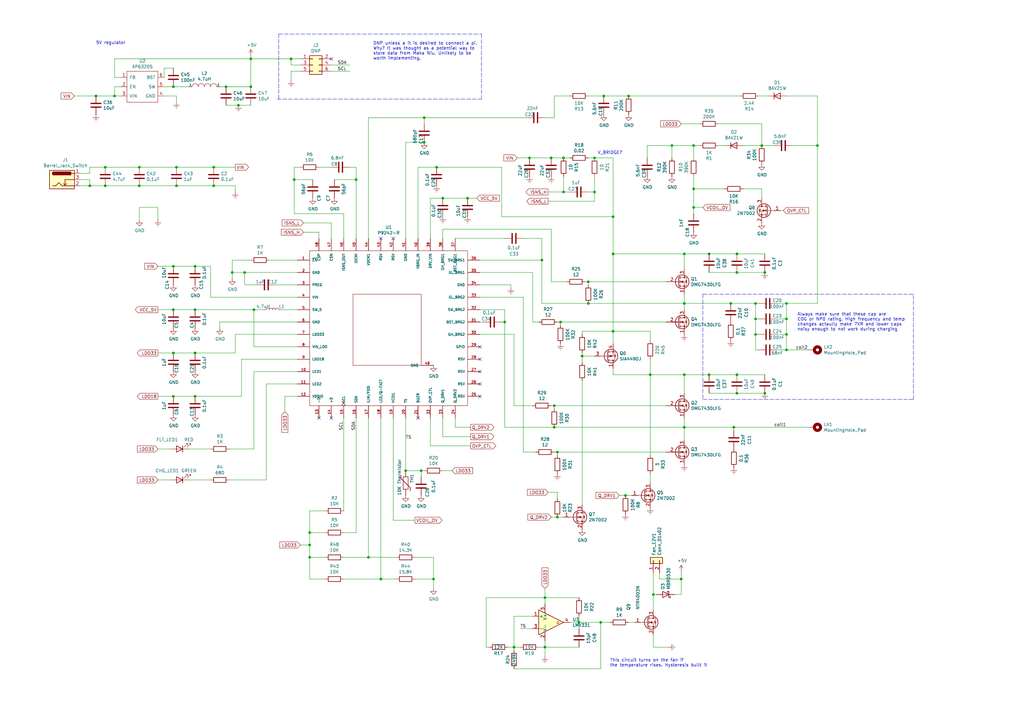
<source format=kicad_sch>
(kicad_sch (version 20211123) (generator eeschema)
  (paper "A3")
  (title_block (title "Maka Niu Wireless Charger") (date "2020-09-22") (rev "0") (company "Open Ocean Initiative at MIT"))
  (junction (at 71.12 144.78))
  (junction (at 156.21 237.49))
  (junction (at 228.6 185.42))
  (junction (at 322.58 137.16))
  (junction (at 223.52 265.43))
  (junction (at 266.7 153.67))
  (junction (at 80.01 144.78))
  (junction (at 92.71 35.56))
  (junction (at 100.33 111.76))
  (junction (at 299.72 124.46))
  (junction (at 322.58 130.81))
  (junction (at 71.12 162.56))
  (junction (at 173.99 48.26))
  (junction (at 87.63 76.2))
  (junction (at 57.15 76.2))
  (junction (at 279.4 237.49))
  (junction (at 179.07 68.58))
  (junction (at 177.8 237.49))
  (junction (at 151.13 228.6))
  (junction (at 275.59 59.69))
  (junction (at 87.63 68.58))
  (junction (at 302.26 161.29))
  (junction (at 290.83 153.67))
  (junction (at 95.25 111.76))
  (junction (at 71.12 35.56))
  (junction (at 243.84 78.74))
  (junction (at 247.65 39.37))
  (junction (at 312.42 59.69))
  (junction (at 229.87 132.08))
  (junction (at 290.83 104.14))
  (junction (at 102.87 24.13))
  (junction (at 71.12 127))
  (junction (at 313.69 161.29))
  (junction (at 72.39 76.2))
  (junction (at 313.69 111.76))
  (junction (at 80.01 109.22))
  (junction (at 210.82 265.43))
  (junction (at 43.18 76.2))
  (junction (at 280.67 175.26))
  (junction (at 72.39 68.58))
  (junction (at 246.38 255.27))
  (junction (at 127 218.44))
  (junction (at 309.88 130.81))
  (junction (at 223.52 245.11))
  (junction (at 243.84 64.77))
  (junction (at 231.14 78.74))
  (junction (at 146.05 73.66))
  (junction (at 166.37 193.04))
  (junction (at 57.15 68.58))
  (junction (at 300.99 175.26))
  (junction (at 237.49 255.27))
  (junction (at 302.26 153.67))
  (junction (at 231.14 64.77))
  (junction (at 302.26 111.76))
  (junction (at 127 223.52))
  (junction (at 227.33 166.37))
  (junction (at 284.48 77.47))
  (junction (at 335.28 59.69))
  (junction (at 280.67 124.46))
  (junction (at 228.6 212.09))
  (junction (at 127 228.6))
  (junction (at 226.06 64.77))
  (junction (at 172.72 193.04))
  (junction (at 173.99 58.42))
  (junction (at 97.79 43.18))
  (junction (at 207.01 132.08))
  (junction (at 241.3 115.57))
  (junction (at 102.87 35.56))
  (junction (at 80.01 127))
  (junction (at 280.67 153.67))
  (junction (at 267.97 243.84))
  (junction (at 251.46 88.9))
  (junction (at 120.65 73.66))
  (junction (at 222.25 106.68))
  (junction (at 280.67 104.14))
  (junction (at 36.83 76.2))
  (junction (at 181.61 81.28))
  (junction (at 39.37 39.37))
  (junction (at 251.46 135.89))
  (junction (at 251.46 104.14))
  (junction (at 322.58 124.46))
  (junction (at 309.88 124.46))
  (junction (at 256.54 203.2))
  (junction (at 257.81 39.37))
  (junction (at 80.01 162.56))
  (junction (at 71.12 109.22))
  (junction (at 46.99 39.37))
  (junction (at 302.26 104.14))
  (junction (at 309.88 137.16))
  (junction (at 284.48 85.09))
  (junction (at 43.18 68.58))
  (junction (at 217.17 64.77))
  (junction (at 241.3 124.46))
  (junction (at 104.14 127))
  (junction (at 322.58 143.51))
  (junction (at 191.77 81.28))
  (junction (at 119.38 24.13))
  (junction (at 227.33 175.26))
  (junction (at 284.48 59.69))
  (junction (at 238.76 146.05))
  (no_connect (at -501.65 -210.82))
  (no_connect (at 130.81 171.45))
  (no_connect (at 135.89 171.45))
  (no_connect (at 196.85 157.48))
  (no_connect (at 135.89 24.13))
  (no_connect (at 196.85 152.4))
  (no_connect (at 171.45 171.45))
  (no_connect (at 196.85 147.32))
  (no_connect (at 196.85 162.56))
  (no_connect (at 161.29 97.79))
  (no_connect (at 156.21 97.79))
  (no_connect (at 196.85 142.24))
  (wire (pts (xy 223.52 247.65) (xy 223.52 245.11)))
  (wire (pts (xy 227.33 166.37) (xy 273.05 166.37)))
  (wire (pts (xy 86.36 184.15) (xy 77.47 184.15)))
  (wire (pts (xy 214.63 185.42) (xy 219.71 185.42)))
  (wire (pts (xy 287.02 59.69) (xy 284.48 59.69)))
  (wire (pts (xy 104.14 184.15) (xy 93.98 184.15)))
  (wire (pts (xy 243.84 146.05) (xy 238.76 146.05)))
  (wire (pts (xy 251.46 153.67) (xy 251.46 151.13)))
  (wire (pts (xy 86.36 196.85) (xy 77.47 196.85)))
  (wire (pts (xy 97.79 43.18) (xy 102.87 43.18)))
  (wire (pts (xy 71.12 144.78) (xy 64.77 144.78)))
  (wire (pts (xy 312.42 77.47) (xy 312.42 81.28)))
  (polyline (pts (xy 288.29 163.83) (xy 374.65 163.83)))
  (wire (pts (xy 127 223.52) (xy 127 218.44)))
  (wire (pts (xy 227.33 175.26) (xy 280.67 175.26)))
  (wire (pts (xy 130.81 97.79) (xy 130.81 95.25)))
  (wire (pts (xy 300.99 175.26) (xy 300.99 176.53)))
  (wire (pts (xy 146.05 73.66) (xy 146.05 97.79)))
  (wire (pts (xy 251.46 88.9) (xy 205.74 88.9)))
  (wire (pts (xy 140.97 237.49) (xy 156.21 237.49)))
  (wire (pts (xy 120.65 73.66) (xy 120.65 68.58)))
  (wire (pts (xy 222.25 124.46) (xy 241.3 124.46)))
  (wire (pts (xy 80.01 109.22) (xy 86.36 109.22)))
  (wire (pts (xy 104.14 127) (xy 80.01 127)))
  (wire (pts (xy 318.77 143.51) (xy 322.58 143.51)))
  (wire (pts (xy 284.48 85.09) (xy 288.29 85.09)))
  (wire (pts (xy 120.65 87.63) (xy 120.65 73.66)))
  (wire (pts (xy 231.14 78.74) (xy 224.79 78.74)))
  (wire (pts (xy 57.15 68.58) (xy 72.39 68.58)))
  (wire (pts (xy 121.92 147.32) (xy 99.06 147.32)))
  (wire (pts (xy 87.63 68.58) (xy 96.52 68.58)))
  (wire (pts (xy 243.84 64.77) (xy 241.3 64.77)))
  (wire (pts (xy 181.61 97.79) (xy 181.61 93.98)))
  (polyline (pts (xy 288.29 120.65) (xy 288.29 163.83)))
  (wire (pts (xy 214.63 121.92) (xy 214.63 185.42)))
  (wire (pts (xy 280.67 153.67) (xy 266.7 153.67)))
  (wire (pts (xy 251.46 135.89) (xy 266.7 135.89)))
  (wire (pts (xy 231.14 72.39) (xy 231.14 78.74)))
  (wire (pts (xy 320.04 86.36) (xy 321.31 86.36)))
  (wire (pts (xy 205.74 68.58) (xy 179.07 68.58)))
  (wire (pts (xy 135.89 29.21) (xy 143.51 29.21)))
  (wire (pts (xy 290.83 161.29) (xy 302.26 161.29)))
  (wire (pts (xy 151.13 48.26) (xy 173.99 48.26)))
  (wire (pts (xy 135.89 91.44) (xy 135.89 97.79)))
  (wire (pts (xy 270.51 237.49) (xy 270.51 234.95)))
  (wire (pts (xy 207.01 175.26) (xy 207.01 132.08)))
  (wire (pts (xy 251.46 104.14) (xy 251.46 135.89)))
  (wire (pts (xy 166.37 58.42) (xy 173.99 58.42)))
  (wire (pts (xy 290.83 104.14) (xy 302.26 104.14)))
  (wire (pts (xy 170.18 237.49) (xy 177.8 237.49)))
  (wire (pts (xy 322.58 143.51) (xy 331.47 143.51)))
  (wire (pts (xy 99.06 147.32) (xy 99.06 162.56)))
  (wire (pts (xy 309.88 124.46) (xy 299.72 124.46)))
  (wire (pts (xy 36.83 76.2) (xy 43.18 76.2)))
  (wire (pts (xy 90.17 35.56) (xy 92.71 35.56)))
  (wire (pts (xy 247.65 39.37) (xy 241.3 39.37)))
  (wire (pts (xy 284.48 59.69) (xy 275.59 59.69)))
  (wire (pts (xy 102.87 24.13) (xy 102.87 35.56)))
  (wire (pts (xy 181.61 81.28) (xy 191.77 81.28)))
  (wire (pts (xy 96.52 144.78) (xy 80.01 144.78)))
  (wire (pts (xy 227.33 185.42) (xy 228.6 185.42)))
  (wire (pts (xy 335.28 39.37) (xy 322.58 39.37)))
  (wire (pts (xy 171.45 68.58) (xy 171.45 97.79)))
  (wire (pts (xy 312.42 59.69) (xy 317.5 59.69)))
  (wire (pts (xy 322.58 130.81) (xy 322.58 124.46)))
  (wire (pts (xy 218.44 257.81) (xy 213.36 257.81)))
  (wire (pts (xy 133.35 218.44) (xy 127 218.44)))
  (wire (pts (xy 223.52 265.43) (xy 220.98 265.43)))
  (wire (pts (xy 227.33 39.37) (xy 227.33 48.26)))
  (wire (pts (xy 217.17 64.77) (xy 226.06 64.77)))
  (wire (pts (xy 135.89 26.67) (xy 143.51 26.67)))
  (wire (pts (xy 130.81 68.58) (xy 135.89 68.58)))
  (wire (pts (xy 109.22 196.85) (xy 109.22 157.48)))
  (wire (pts (xy 92.71 43.18) (xy 97.79 43.18)))
  (polyline (pts (xy 374.65 163.83) (xy 374.65 120.65)))
  (wire (pts (xy 127 209.55) (xy 133.35 209.55)))
  (wire (pts (xy 72.39 76.2) (xy 87.63 76.2)))
  (wire (pts (xy 186.69 171.45) (xy 186.69 175.26)))
  (wire (pts (xy 300.99 175.26) (xy 331.47 175.26)))
  (wire (pts (xy 290.83 104.14) (xy 280.67 104.14)))
  (wire (pts (xy 243.84 72.39) (xy 243.84 78.74)))
  (wire (pts (xy 104.14 127) (xy 107.95 127)))
  (wire (pts (xy 116.84 162.56) (xy 121.92 162.56)))
  (wire (pts (xy 280.67 104.14) (xy 251.46 104.14)))
  (wire (pts (xy 227.33 166.37) (xy 227.33 167.64)))
  (wire (pts (xy 72.39 68.58) (xy 87.63 68.58)))
  (wire (pts (xy 243.84 78.74) (xy 243.84 82.55)))
  (wire (pts (xy 95.25 111.76) (xy 95.25 114.3)))
  (wire (pts (xy 173.99 48.26) (xy 215.9 48.26)))
  (wire (pts (xy 121.92 121.92) (xy 86.36 121.92)))
  (wire (pts (xy 233.68 64.77) (xy 231.14 64.77)))
  (wire (pts (xy 294.64 50.8) (xy 312.42 50.8)))
  (wire (pts (xy 238.76 156.21) (xy 238.76 207.01)))
  (wire (pts (xy 218.44 132.08) (xy 220.98 132.08)))
  (wire (pts (xy 280.67 171.45) (xy 280.67 175.26)))
  (wire (pts (xy 146.05 171.45) (xy 146.05 218.44)))
  (wire (pts (xy 200.66 265.43) (xy 199.39 265.43)))
  (wire (pts (xy 90.17 132.08) (xy 90.17 134.62)))
  (wire (pts (xy 250.19 255.27) (xy 246.38 255.27)))
  (wire (pts (xy 280.67 161.29) (xy 280.67 153.67)))
  (wire (pts (xy 69.85 184.15) (xy 64.77 184.15)))
  (wire (pts (xy 143.51 68.58) (xy 146.05 68.58)))
  (wire (pts (xy 156.21 237.49) (xy 162.56 237.49)))
  (wire (pts (xy 267.97 250.19) (xy 267.97 243.84)))
  (wire (pts (xy 121.92 152.4) (xy 104.14 152.4)))
  (wire (pts (xy 123.19 24.13) (xy 119.38 24.13)))
  (wire (pts (xy 179.07 68.58) (xy 171.45 68.58)))
  (wire (pts (xy 176.53 171.45) (xy 176.53 182.88)))
  (wire (pts (xy 251.46 88.9) (xy 251.46 104.14)))
  (wire (pts (xy 64.77 109.22) (xy 71.12 109.22)))
  (wire (pts (xy 257.81 255.27) (xy 260.35 255.27)))
  (wire (pts (xy 140.97 97.79) (xy 140.97 87.63)))
  (polyline (pts (xy 114.3 13.97) (xy 197.485 13.97)))
  (wire (pts (xy 280.67 124.46) (xy 299.72 124.46)))
  (wire (pts (xy 177.8 228.6) (xy 177.8 237.49)))
  (wire (pts (xy 173.99 50.8) (xy 173.99 48.26)))
  (wire (pts (xy 209.55 116.84) (xy 209.55 118.11)))
  (wire (pts (xy 43.18 76.2) (xy 57.15 76.2)))
  (wire (pts (xy 269.24 243.84) (xy 267.97 243.84)))
  (wire (pts (xy 100.33 116.84) (xy 100.33 111.76)))
  (wire (pts (xy 273.05 115.57) (xy 241.3 115.57)))
  (wire (pts (xy 284.48 64.77) (xy 284.48 59.69)))
  (wire (pts (xy 121.92 137.16) (xy 96.52 137.16)))
  (wire (pts (xy 104.14 142.24) (xy 104.14 127)))
  (wire (pts (xy 151.13 228.6) (xy 162.56 228.6)))
  (wire (pts (xy 322.58 130.81) (xy 318.77 130.81)))
  (wire (pts (xy 256.54 203.2) (xy 254 203.2)))
  (wire (pts (xy 279.4 50.8) (xy 287.02 50.8)))
  (polyline (pts (xy 114.3 40.64) (xy 114.3 13.97)))
  (wire (pts (xy 140.97 87.63) (xy 120.65 87.63)))
  (wire (pts (xy 335.28 39.37) (xy 335.28 59.69)))
  (wire (pts (xy 237.49 255.27) (xy 237.49 257.81)))
  (wire (pts (xy 156.21 171.45) (xy 156.21 237.49)))
  (wire (pts (xy 237.49 252.73) (xy 237.49 255.27)))
  (wire (pts (xy 102.87 24.13) (xy 119.38 24.13)))
  (wire (pts (xy 210.82 265.43) (xy 210.82 266.7)))
  (wire (pts (xy 241.3 115.57) (xy 241.3 116.84)))
  (wire (pts (xy 270.51 237.49) (xy 279.4 237.49)))
  (wire (pts (xy 237.49 265.43) (xy 223.52 265.43)))
  (wire (pts (xy 243.84 78.74) (xy 241.3 78.74)))
  (wire (pts (xy 104.14 152.4) (xy 104.14 184.15)))
  (wire (pts (xy 303.53 39.37) (xy 257.81 39.37)))
  (wire (pts (xy 290.83 153.67) (xy 302.26 153.67)))
  (wire (pts (xy 240.03 115.57) (xy 241.3 115.57)))
  (wire (pts (xy 210.82 252.73) (xy 218.44 252.73)))
  (wire (pts (xy 196.85 106.68) (xy 222.25 106.68)))
  (wire (pts (xy 140.97 228.6) (xy 151.13 228.6)))
  (wire (pts (xy 86.36 121.92) (xy 86.36 109.22)))
  (wire (pts (xy 267.97 265.43) (xy 274.32 265.43)))
  (wire (pts (xy 284.48 72.39) (xy 284.48 77.47)))
  (wire (pts (xy 228.6 201.93) (xy 228.6 204.47)))
  (wire (pts (xy 233.68 255.27) (xy 237.49 255.27)))
  (wire (pts (xy 80.01 127) (xy 71.12 127)))
  (wire (pts (xy 39.37 39.37) (xy 46.99 39.37)))
  (wire (pts (xy 33.02 73.66) (xy 36.83 73.66)))
  (wire (pts (xy 228.6 185.42) (xy 228.6 186.69)))
  (wire (pts (xy 67.31 35.56) (xy 71.12 35.56)))
  (wire (pts (xy 226.06 115.57) (xy 232.41 115.57)))
  (wire (pts (xy 302.26 104.14) (xy 313.69 104.14)))
  (wire (pts (xy 322.58 137.16) (xy 318.77 137.16)))
  (wire (pts (xy 227.33 175.26) (xy 207.01 175.26)))
  (wire (pts (xy 311.15 124.46) (xy 309.88 124.46)))
  (wire (pts (xy 280.67 104.14) (xy 280.67 110.49)))
  (wire (pts (xy 309.88 137.16) (xy 309.88 143.51)))
  (wire (pts (xy 181.61 93.98) (xy 226.06 93.98)))
  (wire (pts (xy 228.6 212.09) (xy 226.06 212.09)))
  (wire (pts (xy 127 228.6) (xy 133.35 228.6)))
  (wire (pts (xy 207.01 127) (xy 196.85 127)))
  (wire (pts (xy 276.86 243.84) (xy 279.4 243.84)))
  (wire (pts (xy 80.01 162.56) (xy 71.12 162.56)))
  (wire (pts (xy 181.61 179.07) (xy 193.04 179.07)))
  (wire (pts (xy 166.37 171.45) (xy 166.37 193.04)))
  (wire (pts (xy 102.87 106.68) (xy 95.25 106.68)))
  (wire (pts (xy 228.6 132.08) (xy 229.87 132.08)))
  (wire (pts (xy 120.65 73.66) (xy 128.27 73.66)))
  (wire (pts (xy 246.38 255.27) (xy 237.49 255.27)))
  (wire (pts (xy 302.26 161.29) (xy 313.69 161.29)))
  (wire (pts (xy 312.42 50.8) (xy 312.42 59.69)))
  (wire (pts (xy 33.02 76.2) (xy 36.83 76.2)))
  (wire (pts (xy 87.63 76.2) (xy 96.52 76.2)))
  (wire (pts (xy 280.67 120.65) (xy 280.67 124.46)))
  (wire (pts (xy 151.13 171.45) (xy 151.13 228.6)))
  (wire (pts (xy 100.33 111.76) (xy 95.25 111.76)))
  (wire (pts (xy 36.83 68.58) (xy 36.83 71.12)))
  (wire (pts (xy 267.97 243.84) (xy 267.97 234.95)))
  (wire (pts (xy 196.85 132.08) (xy 198.12 132.08)))
  (wire (pts (xy 57.15 90.17) (xy 57.15 85.09)))
  (wire (pts (xy 280.67 153.67) (xy 290.83 153.67)))
  (wire (pts (xy 243.84 82.55) (xy 224.79 82.55)))
  (wire (pts (xy 309.88 124.46) (xy 309.88 130.81)))
  (wire (pts (xy 290.83 111.76) (xy 302.26 111.76)))
  (wire (pts (xy 279.4 243.84) (xy 279.4 237.49)))
  (wire (pts (xy 314.96 39.37) (xy 311.15 39.37)))
  (wire (pts (xy 238.76 146.05) (xy 238.76 148.59)))
  (wire (pts (xy 210.82 252.73) (xy 210.82 265.43)))
  (wire (pts (xy 280.67 124.46) (xy 241.3 124.46)))
  (wire (pts (xy 96.52 137.16) (xy 96.52 144.78)))
  (wire (pts (xy 99.06 162.56) (xy 80.01 162.56)))
  (wire (pts (xy 275.59 59.69) (xy 275.59 64.77)))
  (wire (pts (xy 238.76 137.16) (xy 238.76 135.89)))
  (wire (pts (xy 123.19 223.52) (xy 127 223.52)))
  (wire (pts (xy 210.82 265.43) (xy 208.28 265.43)))
  (wire (pts (xy 322.58 124.46) (xy 335.28 124.46)))
  (wire (pts (xy 120.65 68.58) (xy 123.19 68.58)))
  (wire (pts (xy 266.7 153.67) (xy 266.7 186.69)))
  (wire (pts (xy 96.52 76.2) (xy 96.52 78.74)))
  (wire (pts (xy 223.52 245.11) (xy 223.52 241.3)))
  (wire (pts (xy 311.15 137.16) (xy 309.88 137.16)))
  (wire (pts (xy 210.82 274.32) (xy 246.38 274.32)))
  (wire (pts (xy 222.25 97.79) (xy 222.25 106.68)))
  (wire (pts (xy 177.8 237.49) (xy 177.8 241.3)))
  (wire (pts (xy 176.53 182.88) (xy 193.04 182.88)))
  (wire (pts (xy 151.13 97.79) (xy 151.13 48.26)))
  (wire (pts (xy 166.37 193.04) (xy 172.72 193.04)))
  (wire (pts (xy 30.48 39.37) (xy 39.37 39.37)))
  (wire (pts (xy 304.8 77.47) (xy 312.42 77.47)))
  (wire (pts (xy 71.12 35.56) (xy 77.47 35.56)))
  (wire (pts (xy 210.82 166.37) (xy 218.44 166.37)))
  (wire (pts (xy 311.15 130.81) (xy 309.88 130.81)))
  (wire (pts (xy 109.22 157.48) (xy 121.92 157.48)))
  (wire (pts (xy 67.31 27.94) (xy 71.12 27.94)))
  (wire (pts (xy 146.05 218.44) (xy 140.97 218.44)))
  (wire (pts (xy 121.92 127) (xy 115.57 127)))
  (wire (pts (xy 246.38 274.32) (xy 246.38 255.27)))
  (wire (pts (xy 226.06 93.98) (xy 226.06 115.57)))
  (wire (pts (xy 57.15 76.2) (xy 72.39 76.2)))
  (wire (pts (xy 322.58 137.16) (xy 322.58 130.81)))
  (wire (pts (xy 238.76 146.05) (xy 238.76 144.78)))
  (wire (pts (xy 46.99 24.13) (xy 102.87 24.13)))
  (wire (pts (xy 311.15 143.51) (xy 309.88 143.51)))
  (wire (pts (xy 130.81 95.25) (xy 124.46 95.25)))
  (wire (pts (xy 279.4 234.315) (xy 279.4 237.49)))
  (wire (pts (xy 251.46 140.97) (xy 251.46 135.89)))
  (wire (pts (xy 218.44 111.76) (xy 218.44 132.08)))
  (wire (pts (xy 46.99 31.75) (xy 46.99 24.13)))
  (wire (pts (xy 273.05 132.08) (xy 229.87 132.08)))
  (wire (pts (xy 265.43 59.69) (xy 265.43 64.77)))
  (wire (pts (xy 196.85 116.84) (xy 209.55 116.84)))
  (wire (pts (xy 161.29 171.45) (xy 161.29 213.36)))
  (wire (pts (xy 119.38 29.21) (xy 123.19 29.21)))
  (wire (pts (xy 72.39 39.37) (xy 67.31 39.37)))
  (wire (pts (xy 226.06 64.77) (xy 231.14 64.77)))
  (wire (pts (xy 297.18 59.69) (xy 294.64 59.69)))
  (wire (pts (xy 205.74 88.9) (xy 205.74 68.58)))
  (wire (pts (xy 172.72 195.58) (xy 172.72 193.04)))
  (wire (pts (xy 67.31 31.75) (xy 67.31 27.94)))
  (wire (pts (xy 231.14 78.74) (xy 233.68 78.74)))
  (wire (pts (xy 176.53 97.79) (xy 176.53 81.28)))
  (wire (pts (xy 36.83 71.12) (xy 33.02 71.12)))
  (wire (pts (xy 257.81 39.37) (xy 247.65 39.37)))
  (wire (pts (xy 146.05 73.66) (xy 137.16 73.66)))
  (wire (pts (xy 325.12 59.69) (xy 335.28 59.69)))
  (wire (pts (xy 140.97 171.45) (xy 140.97 209.55)))
  (wire (pts (xy 46.99 35.56) (xy 46.99 39.37)))
  (wire (pts (xy 92.71 35.56) (xy 102.87 35.56)))
  (wire (pts (xy 80.01 144.78) (xy 71.12 144.78)))
  (wire (pts (xy 166.37 97.79) (xy 166.37 58.42)))
  (wire (pts (xy 69.85 196.85) (xy 64.77 196.85)))
  (wire (pts (xy 222.25 106.68) (xy 222.25 124.46)))
  (wire (pts (xy 335.28 59.69) (xy 335.28 124.46)))
  (wire (pts (xy 251.46 88.9) (xy 251.46 64.77)))
  (wire (pts (xy 213.36 265.43) (xy 210.82 265.43)))
  (wire (pts (xy 196.85 121.92) (xy 214.63 121.92)))
  (wire (pts (xy 46.99 39.37) (xy 49.53 39.37)))
  (wire (pts (xy 176.53 81.28) (xy 181.61 81.28)))
  (wire (pts (xy 161.29 213.36) (xy 170.18 213.36)))
  (wire (pts (xy 322.58 143.51) (xy 322.58 137.16)))
  (wire (pts (xy 191.77 81.28) (xy 195.58 81.28)))
  (wire (pts (xy 223.52 262.89) (xy 223.52 265.43)))
  (wire (pts (xy 214.63 97.79) (xy 222.25 97.79)))
  (wire (pts (xy 170.18 228.6) (xy 177.8 228.6)))
  (wire (pts (xy 36.83 73.66) (xy 36.83 76.2)))
  (wire (pts (xy 284.48 77.47) (xy 297.18 77.47)))
  (wire (pts (xy 224.79 201.93) (xy 228.6 201.93)))
  (wire (pts (xy 199.39 245.11) (xy 199.39 265.43)))
  (wire (pts (xy 212.09 64.77) (xy 217.17 64.77)))
  (wire (pts (xy 95.25 106.68) (xy 95.25 111.76)))
  (wire (pts (xy 146.05 68.58) (xy 146.05 73.66)))
  (wire (pts (xy 46.99 35.56) (xy 49.53 35.56)))
  (wire (pts (xy 121.92 116.84) (xy 113.03 116.84)))
  (wire (pts (xy 49.53 31.75) (xy 46.99 31.75)))
  (wire (pts (xy 233.68 39.37) (xy 227.33 39.37)))
  (wire (pts (xy 181.61 193.04) (xy 185.42 193.04)))
  (wire (pts (xy 119.38 26.67) (xy 123.19 26.67)))
  (wire (pts (xy 223.52 245.11) (xy 199.39 245.11)))
  (wire (pts (xy 196.85 137.16) (xy 210.82 137.16)))
  (wire (pts (xy 43.18 68.58) (xy 57.15 68.58)))
  (wire (pts (xy 229.87 132.08) (xy 229.87 133.35)))
  (wire (pts (xy 64.77 85.09) (xy 64.77 90.17)))
  (wire (pts (xy 259.08 203.2) (xy 256.54 203.2)))
  (wire (pts (xy 116.84 162.56) (xy 116.84 168.91)))
  (wire (pts (xy 226.06 166.37) (xy 227.33 166.37)))
  (wire (pts (xy 57.15 85.09) (xy 64.77 85.09)))
  (wire (pts (xy 119.38 24.13) (xy 119.38 26.67)))
  (wire (pts (xy 72.39 39.37) (xy 72.39 41.91)))
  (wire (pts (xy 231.14 212.09) (xy 228.6 212.09)))
  (wire (pts (xy 280.67 175.26) (xy 300.99 175.26)))
  (polyline (pts (xy 113.665 40.64) (xy 197.485 40.64)))
  (wire (pts (xy 251.46 64.77) (xy 243.84 64.77)))
  (wire (pts (xy 127 228.6) (xy 127 237.49)))
  (wire (pts (xy 322.58 124.46) (xy 318.77 124.46)))
  (wire (pts (xy 102.87 24.13) (xy 102.87 22.86)))
  (polyline (pts (xy 288.29 120.65) (xy 374.65 120.65)))
  (wire (pts (xy 172.72 193.04) (xy 173.99 193.04)))
  (wire (pts (xy 71.12 162.56) (xy 64.77 162.56)))
  (wire (pts (xy 181.61 171.45) (xy 181.61 179.07)))
  (wire (pts (xy 223.52 48.26) (xy 227.33 48.26)))
  (wire (pts (xy 302.26 111.76) (xy 313.69 111.76)))
  (wire (pts (xy 133.35 237.49) (xy 127 237.49)))
  (wire (pts (xy 210.82 137.16) (xy 210.82 166.37)))
  (wire (pts (xy 223.52 265.43) (xy 223.52 269.24)))
  (wire (pts (xy 71.12 109.22) (xy 80.01 109.22)))
  (wire (pts (xy 127 228.6) (xy 127 223.52)))
  (wire (pts (xy 93.98 196.85) (xy 109.22 196.85)))
  (wire (pts (xy 284.48 77.47) (xy 284.48 85.09)))
  (wire (pts (xy 121.92 111.76) (xy 100.33 111.76)))
  (wire (pts (xy 186.69 97.79) (xy 207.01 97.79)))
  (wire (pts (xy 280.67 180.34) (xy 280.67 175.26)))
  (wire (pts (xy 186.69 175.26) (xy 193.04 175.26)))
  (wire (pts (xy 121.92 142.24) (xy 104.14 142.24)))
  (wire (pts (xy 312.42 59.69) (xy 304.8 59.69)))
  (wire (pts (xy 284.48 85.09) (xy 284.48 87.63)))
  (wire (pts (xy 267.97 260.35) (xy 267.97 265.43)))
  (wire (pts (xy 266.7 147.32) (xy 266.7 153.67)))
  (wire (pts (xy 238.76 135.89) (xy 251.46 135.89)))
  (wire (pts (xy 309.88 130.81) (xy 309.88 137.16)))
  (wire (pts (xy 124.46 91.44) (xy 135.89 91.44)))
  (wire (pts (xy 207.01 132.08) (xy 207.01 127)))
  (wire (pts (xy 228.6 185.42) (xy 273.05 185.42)))
  (wire (pts (xy 280.67 127) (xy 280.67 124.46)))
  (wire (pts (xy 302.26 153.67) (xy 313.69 153.67)))
  (wire (pts (xy 127 218.44) (xy 127 209.55)))
  (wire (pts (xy 266.7 194.31) (xy 266.7 198.12)))
  (wire (pts (xy 275.59 59.69) (xy 265.43 59.69)))
  (wire (pts (xy 121.92 132.08) (xy 90.17 132.08)))
  (wire (pts (xy 110.49 106.68) (xy 121.92 106.68)))
  (polyline (pts (xy 197.485 13.97) (xy 197.485 40.64)))
  (wire (pts (xy 223.52 245.11) (xy 237.49 245.11)))
  (wire (pts (xy 266.7 135.89) (xy 266.7 139.7)))
  (wire (pts (xy 205.74 132.08) (xy 207.01 132.08)))
  (wire (pts (xy 251.46 153.67) (xy 266.7 153.67)))
  (wire (pts (xy 36.83 68.58) (xy 43.18 68.58)))
  (wire (pts (xy 196.85 111.76) (xy 218.44 111.76)))
  (wire (pts (xy 119.38 29.21) (xy 119.38 33.02)))
  (wire (pts (xy 105.41 116.84) (xy 100.33 116.84)))
  (wire (pts (xy 71.12 127) (xy 64.77 127)))
  (text "DNP unless a it is desired to connect a pi.\nWhy? It was thought as a potential way to \nstore data from Maka Niu. Unlikely to be \nworth implementing." (at 153.035 24.765 0) (effects (font (size 1.27 1.27)) (justify left bottom)))
  (text "V_BRIDGE?" (at 255.27 63.5 180) (effects (font (size 1.27 1.27)) (justify right bottom)))
  (text "5V regulator " (at 39.37 18.415 0) (effects (font (size 1.27 1.27)) (justify left bottom)))
  (text "This circuit turns on the fan if \nthe temperature rises. Hysteresis built it" (at 250.19 273.685 0) (effects (font (size 1.27 1.27)) (justify left bottom)))
  (text "Always make sure that these cap are\nC0G or NP0 rating. High frequency and temp\nchanges actaully make 7XR and lower caps\nnoisy enough to not work during charging\n" (at 327.025 135.89 0) (effects (font (size 1.27 1.27)) (justify left bottom)))
  (label "SCL" (at 138.43 29.21 0))
  (label "SDA" (at 146.05 176.53 90))
  (label "TS" (at 213.36 257.81 0))
  (label "SCL" (at 140.97 176.53 90))
  (label "coil2" (at 326.39 143.51 0))
  (label "SDA" (at 138.43 26.67 0))
  (label "TS" (at 166.37 180.34 0))
  (label "coil1" (at 317.5 175.26 0))
  (global_label "LDO18" (shape output) (at 64.77 162.56 180) (property "Intersheet References" "${INTERSHEET_REFS}" (effects hide)))
  (global_label "Q_DRV2" (shape output) (at 193.04 175.26 0) (property "Intersheet References" "${INTERSHEET_REFS}" (effects hide)))
  (global_label "Q_DRV1" (shape output) (at 193.04 179.07 0) (property "Intersheet References" "${INTERSHEET_REFS}" (effects hide)))
  (global_label "OVP_CTL" (shape input) (at 321.31 86.36 0) (property "Intersheet References" "${INTERSHEET_REFS}" (effects hide)))
  (global_label "ISNS_L" (shape output) (at 224.79 82.55 180) (property "Intersheet References" "${INTERSHEET_REFS}" (effects hide)))
  (global_label "VCC_5V" (shape input) (at 195.58 81.28 0) (property "Intersheet References" "${INTERSHEET_REFS}" (effects hide)))
  (global_label "VIN" (shape input) (at 212.09 64.77 180) (property "Intersheet References" "${INTERSHEET_REFS}" (effects hide)))
  (global_label "Q_DRV2" (shape input) (at 226.06 212.09 180) (property "Intersheet References" "${INTERSHEET_REFS}" (effects hide)))
  (global_label "ISNS_L" (shape input) (at 124.46 91.44 180) (property "Intersheet References" "${INTERSHEET_REFS}" (effects hide)))
  (global_label "VIN" (shape input) (at 64.77 109.22 180) (property "Intersheet References" "${INTERSHEET_REFS}" (effects hide)))
  (global_label "ISNS_H" (shape output) (at 224.79 78.74 180) (property "Intersheet References" "${INTERSHEET_REFS}" (effects hide)))
  (global_label "LDO33" (shape input) (at 223.52 241.3 90) (property "Intersheet References" "${INTERSHEET_REFS}" (effects hide)))
  (global_label "LDO33" (shape input) (at 224.79 201.93 180) (property "Intersheet References" "${INTERSHEET_REFS}" (effects hide)))
  (global_label "VCC_5V" (shape output) (at 64.77 127 180) (property "Intersheet References" "${INTERSHEET_REFS}" (effects hide)))
  (global_label "LDO33" (shape input) (at 116.84 168.91 270) (property "Intersheet References" "${INTERSHEET_REFS}" (effects hide)))
  (global_label "VCOIL_OV" (shape output) (at 170.18 213.36 0) (property "Intersheet References" "${INTERSHEET_REFS}" (effects hide)))
  (global_label "LDO33" (shape input) (at 279.4 50.8 180) (property "Intersheet References" "${INTERSHEET_REFS}" (effects hide)))
  (global_label "ISNS_H" (shape input) (at 124.46 95.25 180) (property "Intersheet References" "${INTERSHEET_REFS}" (effects hide)))
  (global_label "LDO33" (shape input) (at 123.19 223.52 180) (property "Intersheet References" "${INTERSHEET_REFS}" (effects hide)))
  (global_label "Q_DRV1" (shape input) (at 254 203.2 180) (property "Intersheet References" "${INTERSHEET_REFS}" (effects hide)))
  (global_label "LDO33" (shape input) (at 64.77 184.15 180) (property "Intersheet References" "${INTERSHEET_REFS}" (effects hide)))
  (global_label "LDO33" (shape output) (at 64.77 144.78 180) (property "Intersheet References" "${INTERSHEET_REFS}" (effects hide)))
  (global_label "LDO33" (shape input) (at 185.42 193.04 0) (property "Intersheet References" "${INTERSHEET_REFS}" (effects hide)))
  (global_label "VIN" (shape input) (at 30.48 39.37 180) (property "Intersheet References" "${INTERSHEET_REFS}" (effects hide)))
  (global_label "VCOIL_OV" (shape input) (at 288.29 85.09 0) (property "Intersheet References" "${INTERSHEET_REFS}" (effects hide)))
  (global_label "VIN" (shape output) (at 96.52 68.58 0) (property "Intersheet References" "${INTERSHEET_REFS}" (effects hide)))
  (global_label "LDO33" (shape input) (at 64.77 196.85 180) (property "Intersheet References" "${INTERSHEET_REFS}" (effects hide)))
  (global_label "OVP_CTL" (shape output) (at 193.04 182.88 0) (property "Intersheet References" "${INTERSHEET_REFS}" (effects hide)))
  (symbol (lib_id "P9242-RNDGI8:P9242-RNDGI8") (at 158.75 134.62 0) (unit 1)
    (property "Reference" "U1" (at 159.385 93.1926 0))
    (property "Value" "P9242-R" (at 159.385 95.504 0))
    (property "Footprint" "Custom:QFN40P600X600X100-49N" (effects hide))
    (property "Datasheet" "WPC 1.2.2 Compliant, Wireless Charging Transmitter for 15W Applications" (effects hide))
    (property "Part Number" "P9242-R" (effects hide))
  )
  (symbol (lib_id "Connector:Barrel_Jack_Switch") (at 25.4 73.66 0) (unit 1)
    (property "Reference" "J1" (at 26.8478 65.6082 0))
    (property "Value" "Barrel_Jack_Switch" (at 26.8478 67.9196 0))
    (property "Footprint" "Custom:CUI_PJ-002AH" (effects hide))
    (property "Digikey" "CP-002AH-ND" (effects hide))
    (property "Part Number" "	‎PJ-002AH" (effects hide))
  )
  (symbol (lib_id "power:Earth") (at 96.52 78.74 0) (unit 1)
    (property "Reference" "#PWR0101" (effects hide))
    (property "Value" "Earth" (effects hide))
  )
  (symbol (lib_id "power:GND") (at 71.12 116.84 0) (unit 1)
    (property "Reference" "#PWR0102" (effects hide))
    (property "Value" "GND" (at 71.247 121.2342 0))
  )
  (symbol (lib_id "Device:R") (at 106.68 106.68 270) (unit 1)
    (property "Reference" "R7" (at 106.68 101.4222 90))
    (property "Value" "1K" (at 106.68 103.7336 90))
    (property "Footprint" "Resistor_SMD:R_0402_1005Metric" (effects hide))
    (property "Digikey" "	311-1.0KJRCT-ND" (effects hide))
    (property "Part Number" "	‎RC0402JR-071KL" (effects hide))
  )
  (symbol (lib_id "Device:C") (at 43.18 72.39 0) (unit 1)
    (property "Reference" "C44" (at 46.101 71.2216 0) (effects (justify left)))
    (property "Value" "4.7uF" (at 46.101 73.533 0) (effects (justify left)))
    (property "Footprint" "Capacitor_SMD:C_0603_1608Metric" (effects hide))
    (property "Digikey" "490-7203-1-ND" (effects hide))
    (property "Part Number" "	CAP CER 4.7UF 25V X5R 0603" (effects hide))
  )
  (symbol (lib_id "Device:C") (at 57.15 72.39 0) (unit 1)
    (property "Reference" "C42" (at 60.071 71.2216 0) (effects (justify left)))
    (property "Value" "0.1uF" (at 60.071 73.533 0) (effects (justify left)))
    (property "Footprint" "Capacitor_SMD:C_0603_1608Metric" (effects hide))
    (property "Digikey" "311-3567-1-ND" (effects hide))
    (property "Part Number" "	‎CC0603KPX7R9BB104‎" (effects hide))
  )
  (symbol (lib_id "Device:C") (at 72.39 72.39 0) (unit 1)
    (property "Reference" "C43" (at 75.311 71.2216 0) (effects (justify left)))
    (property "Value" "1uF" (at 75.311 73.533 0) (effects (justify left)))
    (property "Footprint" "Capacitor_SMD:C_0603_1608Metric" (effects hide))
    (property "Digikey" "1276-1102-1-ND" (effects hide))
    (property "Part Number" "	‎CL10A105KA8NNNC" (effects hide))
  )
  (symbol (lib_id "Device:C") (at 87.63 72.39 0) (unit 1)
    (property "Reference" "C2" (at 90.551 71.2216 0) (effects (justify left)))
    (property "Value" "0.1uF" (at 90.551 73.533 0) (effects (justify left)))
    (property "Footprint" "Capacitor_SMD:C_0402_1005Metric" (effects hide))
    (property "Digikey" "490-10698-1-ND" (effects hide))
    (property "Part Number" "	‎GRM155R71E104KE14D‎" (effects hide))
  )
  (symbol (lib_id "Device:C") (at 109.22 116.84 270) (unit 1)
    (property "Reference" "C12" (at 111.76 115.57 90))
    (property "Value" "1uF" (at 106.68 115.57 90))
    (property "Footprint" "Capacitor_SMD:C_0402_1005Metric" (effects hide))
    (property "Digikey" "311-1697-1-ND" (effects hide))
    (property "Part Number" "	‎CC0402KRX5R8BB104" (effects hide))
  )
  (symbol (lib_id "Device:C") (at 80.01 113.03 180) (unit 1)
    (property "Reference" "C15" (at 82.55 116.84 90))
    (property "Value" "0.1uF" (at 83.82 111.76 90))
    (property "Footprint" "Capacitor_SMD:C_0402_1005Metric" (effects hide))
    (property "Digikey" "490-10698-1-ND" (effects hide))
    (property "Part Number" "	‎GRM155R71E104KE14D‎" (effects hide))
  )
  (symbol (lib_id "Device:C") (at 71.12 113.03 180) (unit 1)
    (property "Reference" "C14" (at 68.58 116.84 90))
    (property "Value" "10uF" (at 67.31 111.76 90))
    (property "Footprint" "Capacitor_SMD:C_0603_1608Metric" (effects hide))
    (property "Digikey" "490-18214-1-ND" (effects hide))
    (property "Part Number" "	‎GRM188R61E106KA73D" (effects hide))
  )
  (symbol (lib_id "power:GND") (at 80.01 116.84 0) (unit 1)
    (property "Reference" "#PWR0103" (effects hide))
    (property "Value" "GND" (at 80.137 121.2342 0))
  )
  (symbol (lib_id "Device:L") (at 111.76 127 90) (unit 1)
    (property "Reference" "L1" (at 115.57 125.73 90))
    (property "Value" "4.7uH" (at 107.95 125.73 90))
    (property "Footprint" "Inductor_SMD:L_0603_1608Metric" (effects hide))
    (property "Digikey" "490-12065-1-ND" (effects hide))
    (property "Part Number" "	‎LQM18PN4R7MFR" (effects hide))
  )
  (symbol (lib_id "Device:C") (at 71.12 130.81 180) (unit 1)
    (property "Reference" "C5" (at 72.39 133.35 90))
    (property "Value" "10uF" (at 67.31 130.81 90))
    (property "Footprint" "Capacitor_SMD:C_0603_1608Metric" (effects hide))
    (property "Digikey" "490-18214-1-ND" (effects hide))
    (property "Part Number" "	‎GRM188R61E106KA73D" (effects hide))
  )
  (symbol (lib_id "Device:C") (at 80.01 130.81 180) (unit 1)
    (property "Reference" "C4" (at 78.74 133.35 90))
    (property "Value" "0.1uF" (at 83.82 130.81 90))
    (property "Footprint" "Capacitor_SMD:C_0402_1005Metric" (effects hide))
    (property "Digikey" "490-10698-1-ND" (effects hide))
    (property "Part Number" "	‎GRM155R71E104KE14D‎" (effects hide))
  )
  (symbol (lib_id "power:GND") (at 80.01 134.62 0) (unit 1)
    (property "Reference" "#PWR0104" (effects hide))
    (property "Value" "GND" (at 80.137 139.0142 0))
  )
  (symbol (lib_id "power:GND") (at 71.12 134.62 0) (unit 1)
    (property "Reference" "#PWR0105" (effects hide))
    (property "Value" "GND" (at 71.247 139.0142 0))
  )
  (symbol (lib_id "power:GND") (at 90.17 134.62 0) (unit 1)
    (property "Reference" "#PWR0106" (effects hide))
    (property "Value" "GND" (at 90.297 139.0142 0))
  )
  (symbol (lib_id "Device:C") (at 71.12 148.59 180) (unit 1)
    (property "Reference" "C16" (at 72.39 151.13 90))
    (property "Value" "1uF" (at 67.31 148.59 90))
    (property "Footprint" "Capacitor_SMD:C_0402_1005Metric" (effects hide))
    (property "Digikey" "311-1697-1-ND" (effects hide))
    (property "Part Number" "	‎CC0402KRX5R8BB104" (effects hide))
  )
  (symbol (lib_id "Device:C") (at 80.01 148.59 180) (unit 1)
    (property "Reference" "C21" (at 78.74 151.13 90))
    (property "Value" "0.1uF" (at 83.82 148.59 90))
    (property "Footprint" "Capacitor_SMD:C_0402_1005Metric" (effects hide))
    (property "Digikey" "490-10698-1-ND" (effects hide))
    (property "Part Number" "	‎GRM155R71E104KE14D‎" (effects hide))
  )
  (symbol (lib_id "power:GND") (at 80.01 152.4 0) (unit 1)
    (property "Reference" "#PWR0107" (effects hide))
    (property "Value" "GND" (at 80.137 156.7942 0))
  )
  (symbol (lib_id "power:GND") (at 71.12 152.4 0) (unit 1)
    (property "Reference" "#PWR0108" (effects hide))
    (property "Value" "GND" (at 71.247 156.7942 0))
  )
  (symbol (lib_id "Device:C") (at 71.12 166.37 180) (unit 1)
    (property "Reference" "C6" (at 72.39 168.91 90))
    (property "Value" "1uF" (at 67.31 166.37 90))
    (property "Footprint" "Capacitor_SMD:C_0402_1005Metric" (effects hide))
    (property "Digikey" "311-1697-1-ND" (effects hide))
    (property "Part Number" "	‎CC0402KRX5R8BB104" (effects hide))
  )
  (symbol (lib_id "Device:C") (at 80.01 166.37 180) (unit 1)
    (property "Reference" "C13" (at 78.74 168.91 90))
    (property "Value" "0.1uF" (at 83.82 166.37 90))
    (property "Footprint" "Capacitor_SMD:C_0402_1005Metric" (effects hide))
    (property "Digikey" "490-10698-1-ND" (effects hide))
    (property "Part Number" "	‎GRM155R71E104KE14D‎" (effects hide))
  )
  (symbol (lib_id "power:GND") (at 80.01 170.18 0) (unit 1)
    (property "Reference" "#PWR0109" (effects hide))
    (property "Value" "GND" (at 80.137 174.5742 0))
  )
  (symbol (lib_id "power:GND") (at 71.12 170.18 0) (unit 1)
    (property "Reference" "#PWR0110" (effects hide))
    (property "Value" "GND" (at 71.247 174.5742 0))
  )
  (symbol (lib_id "Device:R") (at 90.17 184.15 270) (unit 1)
    (property "Reference" "R3" (at 90.17 178.8922 90))
    (property "Value" "1K" (at 90.17 181.2036 90))
    (property "Footprint" "Resistor_SMD:R_0402_1005Metric" (effects hide))
    (property "Digikey" "	311-1.0KJRCT-ND" (effects hide))
    (property "Part Number" "	‎RC0402JR-071KL" (effects hide))
  )
  (symbol (lib_id "Device:LED") (at 73.66 184.15 180) (unit 1)
    (property "Reference" "FLT_LED1" (at 68.58 180.34 0))
    (property "Value" "RED" (at 77.47 180.34 0))
    (property "Footprint" "LED_SMD:LED_0603_1608Metric" (effects hide))
    (property "Digikey" "160-1474-1-N" (effects hide))
    (property "Part Number" "LTST-S270EKT" (effects hide))
  )
  (symbol (lib_id "Device:R") (at 90.17 196.85 270) (unit 1)
    (property "Reference" "R4" (at 90.17 191.5922 90))
    (property "Value" "680" (at 90.17 193.9036 90))
    (property "Footprint" "Resistor_SMD:R_0402_1005Metric" (effects hide))
    (property "Digikey" "	311-680JRCT-ND" (effects hide))
    (property "Part Number" "	‎RC0402JR-07680RL" (effects hide))
  )
  (symbol (lib_id "Device:LED") (at 73.66 196.85 180) (unit 1)
    (property "Reference" "CHG_LED1" (at 68.58 193.04 0))
    (property "Value" "GREEN" (at 77.47 193.04 0))
    (property "Footprint" "LED_SMD:LED_0603_1608Metric" (effects hide))
    (property "Digikey" "160-1478-1-ND" (effects hide))
    (property "Part Number" "LTST-S270KGKT" (effects hide))
  )
  (symbol (lib_id "Device:R") (at 137.16 228.6 270) (unit 1)
    (property "Reference" "R48" (at 137.16 223.3422 90))
    (property "Value" "10K" (at 137.16 225.6536 90))
    (property "Footprint" "Resistor_SMD:R_0402_1005Metric" (effects hide))
    (property "Digikey" "	311-10.0KLRCT-ND" (effects hide))
    (property "Part Number" "	‎RC0402FR-0710KL" (effects hide))
  )
  (symbol (lib_id "Device:R") (at 137.16 237.49 270) (unit 1)
    (property "Reference" "R43" (at 137.16 232.2322 90))
    (property "Value" "10K" (at 137.16 234.5436 90))
    (property "Footprint" "Resistor_SMD:R_0402_1005Metric" (effects hide))
    (property "Digikey" "	311-10.0KLRCT-ND" (effects hide))
    (property "Part Number" "	‎RC0402FR-0710KL" (effects hide))
  )
  (symbol (lib_id "Device:R") (at 166.37 228.6 270) (unit 1)
    (property "Reference" "R40" (at 166.37 223.3422 90))
    (property "Value" "14.3K" (at 166.37 225.6536 90))
    (property "Footprint" "Resistor_SMD:R_0402_1005Metric" (effects hide))
    (property "Digikey" "541-14.3KLTR-ND" (effects hide))
    (property "Part Number" "CRCW040214K3FKED" (effects hide))
  )
  (symbol (lib_id "Device:R") (at 166.37 237.49 270) (unit 1)
    (property "Reference" "R44" (at 166.37 232.2322 90))
    (property "Value" "15.8K" (at 166.37 234.5436 90))
    (property "Footprint" "Resistor_SMD:R_0402_1005Metric" (effects hide))
    (property "Digikey" "YAG2993TR-ND" (effects hide))
    (property "Part Number" "RC0402FR-0715K8L" (effects hide))
  )
  (symbol (lib_id "power:GND") (at 177.8 241.3 0) (unit 1)
    (property "Reference" "#PWR0111" (effects hide))
    (property "Value" "GND" (at 177.927 245.6942 0))
  )
  (symbol (lib_id "Device:R") (at 177.8 193.04 270) (unit 1)
    (property "Reference" "R20" (at 177.8 187.7822 90))
    (property "Value" "10K" (at 177.8 190.0936 90))
    (property "Footprint" "Resistor_SMD:R_0402_1005Metric" (effects hide))
    (property "Digikey" "	311-10.0KLRCT-ND" (effects hide))
    (property "Part Number" "	‎RC0402FR-0710KL" (effects hide))
  )
  (symbol (lib_id "Device:C") (at 172.72 199.39 180) (unit 1)
    (property "Reference" "C26" (at 175.26 201.93 90))
    (property "Value" "0.1uF" (at 177.8 199.39 90))
    (property "Footprint" "Capacitor_SMD:C_0402_1005Metric" (effects hide))
    (property "Digikey" "490-10698-1-ND" (effects hide))
    (property "Part Number" "	‎GRM155R71E104KE14D‎" (effects hide))
  )
  (symbol (lib_id "power:GND") (at 172.72 203.2 0) (unit 1)
    (property "Reference" "#PWR0112" (effects hide))
    (property "Value" "GND" (at 172.847 207.5942 0))
  )
  (symbol (lib_id "Device:Thermistor") (at 166.37 198.12 0) (unit 1)
    (property "Reference" "TH1" (at 168.91 198.12 90) (effects (justify left)))
    (property "Value" "10K Thermistor" (at 163.83 203.2 90) (effects (justify left)))
    (property "Footprint" "Resistor_SMD:R_0805_2012Metric" (effects hide))
    (property "Digikey" "478-NB12K00103KBBCT-ND" (effects hide))
    (property "Part Number" "	‎NB12K00103KBB" (effects hide))
  )
  (symbol (lib_id "power:GND") (at 166.37 203.2 0) (unit 1)
    (property "Reference" "#PWR0113" (effects hide))
    (property "Value" "GND" (at 166.497 207.5942 0))
  )
  (symbol (lib_id "power:GND") (at 177.8 149.86 0) (unit 1)
    (property "Reference" "#PWR0114" (effects hide))
    (property "Value" "GND" (at 177.927 154.2542 0))
  )
  (symbol (lib_id "Device:R") (at 222.25 166.37 270) (unit 1)
    (property "Reference" "R29" (at 222.25 161.1122 90))
    (property "Value" "12" (at 222.25 163.4236 90))
    (property "Footprint" "Resistor_SMD:R_0402_1005Metric" (effects hide))
    (property "Digikey" "	P12JCT-ND" (effects hide))
    (property "Part Number" "	‎ERJ-2GEJ120X" (effects hide))
  )
  (symbol (lib_id "Device:R") (at 227.33 171.45 180) (unit 1)
    (property "Reference" "R30" (at 232.5878 171.45 90))
    (property "Value" "100K" (at 230.2764 171.45 90))
    (property "Footprint" "Resistor_SMD:R_0402_1005Metric" (effects hide))
    (property "Digikey" "P100KJCT-ND" (effects hide))
    (property "Part Number" "	‎ERJ-2GEJ104X" (effects hide))
  )
  (symbol (lib_id "Device:C") (at 201.93 132.08 90) (unit 1)
    (property "Reference" "C34" (at 199.39 130.81 90))
    (property "Value" "0.1uF" (at 200.66 128.27 90))
    (property "Footprint" "Capacitor_SMD:C_0402_1005Metric" (effects hide))
    (property "Digikey" "490-10698-1-ND" (effects hide))
    (property "Part Number" "	‎GRM155R71E104KE14D‎" (effects hide))
  )
  (symbol (lib_id "Device:R") (at 223.52 185.42 270) (unit 1)
    (property "Reference" "R28" (at 223.52 180.1622 90))
    (property "Value" "12" (at 223.52 182.4736 90))
    (property "Footprint" "Resistor_SMD:R_0402_1005Metric" (effects hide))
    (property "Digikey" "	P12JCT-ND" (effects hide))
    (property "Part Number" "	‎ERJ-2GEJ120X" (effects hide))
  )
  (symbol (lib_id "Device:R") (at 228.6 190.5 180) (unit 1)
    (property "Reference" "R31" (at 233.8578 190.5 90))
    (property "Value" "100K" (at 231.5464 190.5 90))
    (property "Footprint" "Resistor_SMD:R_0402_1005Metric" (effects hide))
    (property "Digikey" "P100KJCT-ND" (effects hide))
    (property "Part Number" "	‎ERJ-2GEJ104X" (effects hide))
  )
  (symbol (lib_id "power:Earth") (at 228.6 194.31 0) (unit 1)
    (property "Reference" "#PWR0115" (effects hide))
    (property "Value" "Earth" (effects hide))
  )
  (symbol (lib_id "Device:Q_NMOS_SGD") (at 278.13 185.42 0) (unit 1)
    (property "Reference" "Q3" (at 283.337 184.2516 0) (effects (justify left)))
    (property "Value" "DMG7430LFG" (at 283.337 186.563 0) (effects (justify left)))
    (property "Footprint" "Custom:TRANS_DMP3017SFGQ-7_b" (effects hide))
    (property "Digikey" "DMG7430LFG-7‎ " (effects hide))
    (property "Part Number" "	‎DMG7430LFG-7" (effects hide))
  )
  (symbol (lib_id "Device:Q_NMOS_SGD") (at 278.13 166.37 0) (unit 1)
    (property "Reference" "Q2" (at 283.337 165.2016 0) (effects (justify left)))
    (property "Value" "DMG7430LFG" (at 283.337 167.513 0) (effects (justify left)))
    (property "Footprint" "Custom:TRANS_DMP3017SFGQ-7_b" (effects hide))
    (property "Digikey" "DMG7430LFG-7‎ " (effects hide))
    (property "Part Number" "	‎DMG7430LFG-7" (effects hide))
  )
  (symbol (lib_id "power:Earth") (at 280.67 190.5 0) (unit 1)
    (property "Reference" "#PWR0129" (effects hide))
    (property "Value" "Earth" (effects hide))
  )
  (symbol (lib_id "Device:R") (at 300.99 187.96 180) (unit 1)
    (property "Reference" "R36" (at 306.2478 187.96 90))
    (property "Value" "0.1" (at 303.9364 187.96 90))
    (property "Footprint" "Resistor_SMD:R_0402_1005Metric" (effects hide))
    (property "Digikey" "P17359CT-ND" (effects hide))
    (property "Part Number" "	‎ERJ-2BSJR10X‎" (effects hide))
  )
  (symbol (lib_id "power:Earth") (at 300.99 191.77 0) (unit 1)
    (property "Reference" "#PWR0116" (effects hide))
    (property "Value" "Earth" (effects hide))
  )
  (symbol (lib_id "Device:C") (at 300.99 180.34 180) (unit 1)
    (property "Reference" "C11" (at 307.34 180.34 90))
    (property "Value" "22nF" (at 304.8 180.34 90))
    (property "Footprint" "Capacitor_SMD:C_0603_1608Metric" (effects hide))
    (property "Digikey" "311-1370-1-ND" (effects hide))
    (property "Part Number" "CC0603KRX7R9BB223" (effects hide))
  )
  (symbol (lib_id "Device:R") (at 266.7 190.5 180) (unit 1)
    (property "Reference" "R33" (at 271.9578 190.5 90))
    (property "Value" "3" (at 269.6464 190.5 90))
    (property "Footprint" "Resistor_SMD:R_0805_2012Metric" (effects hide))
    (property "Digikey" "311-3.00CRCT-ND" (effects hide))
    (property "Part Number" "	‎RC0805FR-073RL" (effects hide))
  )
  (symbol (lib_id "Mechanical:MountingHole_Pad") (at 334.01 175.26 270) (unit 1)
    (property "Reference" "LX1" (at 337.82 174.0916 90) (effects (justify left)))
    (property "Value" "MountingHole_Pad" (at 337.82 176.403 90) (effects (justify left)))
    (property "Footprint" "TestPoint:TestPoint_THTPad_D2.0mm_Drill1.0mm" (effects hide))
    (property "Digikey" "DNP" (effects hide))
  )
  (symbol (lib_id "power:Earth") (at 313.69 161.29 0) (unit 1)
    (property "Reference" "#PWR0117" (effects hide))
    (property "Value" "Earth" (effects hide))
  )
  (symbol (lib_id "Device:C") (at 290.83 157.48 180) (unit 1)
    (property "Reference" "C37" (at 297.18 157.48 90))
    (property "Value" "10uF" (at 294.64 157.48 90))
    (property "Footprint" "Capacitor_SMD:C_0603_1608Metric" (effects hide))
    (property "Digikey" "490-18214-1-ND" (effects hide))
    (property "Part Number" "	‎GRM188R61E106KA73D" (effects hide))
  )
  (symbol (lib_id "Device:C") (at 302.26 157.48 180) (unit 1)
    (property "Reference" "C40" (at 308.61 157.48 90))
    (property "Value" "10uF" (at 306.07 157.48 90))
    (property "Footprint" "Capacitor_SMD:C_0603_1608Metric" (effects hide))
    (property "Digikey" "490-18214-1-ND" (effects hide))
    (property "Part Number" "	‎GRM188R61E106KA73D" (effects hide))
  )
  (symbol (lib_id "Device:C") (at 313.69 157.48 180) (unit 1)
    (property "Reference" "C1" (at 320.04 157.48 90))
    (property "Value" "0.1uF" (at 317.5 157.48 90))
    (property "Footprint" "Capacitor_SMD:C_0402_1005Metric" (effects hide))
    (property "Digikey" "490-10698-1-ND" (effects hide))
    (property "Part Number" "	‎GRM155R71E104KE14D‎" (effects hide))
  )
  (symbol (lib_id "Transistor_FET:SiA453EDJ") (at 248.92 146.05 0) (mirror x) (unit 1)
    (property "Reference" "Q6" (at 254.1016 144.8816 0) (effects (justify left)))
    (property "Value" "SIA449DJ" (at 254.1016 147.193 0) (effects (justify left)))
    (property "Footprint" "Package_TO_SOT_SMD:Vishay_PowerPAK_SC70-6L_Single" (effects hide))
    (property "Datasheet" "http://www.vishay.com/docs/62864/sia453edj.pdf" (effects hide))
    (property "Digikey" "SIA449DJ-T1-GE3CT-ND" (effects hide))
    (property "Part Number" "	‎SIA449DJ-T1-GE3‎" (effects hide))
  )
  (symbol (lib_id "Device:R") (at 266.7 143.51 180) (unit 1)
    (property "Reference" "R45" (at 271.9578 143.51 90))
    (property "Value" "220" (at 269.6464 143.51 90))
    (property "Footprint" "Resistor_SMD:R_0805_2012Metric" (effects hide))
    (property "Digikey" "541-10516-2-ND" (effects hide))
    (property "Part Number" "RCS0805220RFKEA" (effects hide))
  )
  (symbol (lib_id "Device:R") (at 238.76 140.97 180) (unit 1)
    (property "Reference" "R42" (at 244.0178 140.97 90))
    (property "Value" "10K" (at 241.7064 140.97 90))
    (property "Footprint" "Resistor_SMD:R_0402_1005Metric" (effects hide))
    (property "Digikey" "	311-10.0KLRCT-ND" (effects hide))
    (property "Part Number" "	‎RC0402FR-0710KL" (effects hide))
  )
  (symbol (lib_id "Device:R") (at 238.76 152.4 180) (unit 1)
    (property "Reference" "R41" (at 244.0178 152.4 90))
    (property "Value" "10K" (at 241.7064 152.4 90))
    (property "Footprint" "Resistor_SMD:R_0402_1005Metric" (effects hide))
    (property "Digikey" "	311-10.0KLRCT-ND" (effects hide))
    (property "Part Number" "	‎RC0402FR-0710KL" (effects hide))
  )
  (symbol (lib_id "Transistor_FET:2N7002") (at 236.22 212.09 0) (unit 1)
    (property "Reference" "Q7" (at 241.4016 210.9216 0) (effects (justify left)))
    (property "Value" "2N7002" (at 241.4016 213.233 0) (effects (justify left)))
    (property "Footprint" "Package_TO_SOT_SMD:SOT-23" (effects hide))
    (property "Datasheet" "https://www.fairchildsemi.com/datasheets/2N/2N7002.pdf" (effects hide))
    (property "Digikey" "2N7002KT1GOSCT-ND" (effects hide))
    (property "Part Number" "	‎2N7002KT1G" (effects hide))
  )
  (symbol (lib_id "Transistor_FET:2N7002") (at 264.16 203.2 0) (unit 1)
    (property "Reference" "Q5" (at 269.3416 202.0316 0) (effects (justify left)))
    (property "Value" "2N7002" (at 269.3416 204.343 0) (effects (justify left)))
    (property "Footprint" "Package_TO_SOT_SMD:SOT-23" (effects hide))
    (property "Datasheet" "https://www.fairchildsemi.com/datasheets/2N/2N7002.pdf" (effects hide))
    (property "Digikey" "2N7002KT1GOSCT-ND" (effects hide))
    (property "Part Number" "	‎2N7002KT1G" (effects hide))
  )
  (symbol (lib_id "Device:R") (at 137.16 218.44 270) (unit 1)
    (property "Reference" "R5" (at 137.16 213.1822 90))
    (property "Value" "10K" (at 137.16 215.4936 90))
    (property "Footprint" "Resistor_SMD:R_0402_1005Metric" (effects hide))
    (property "Digikey" "	311-10.0KLRCT-ND" (effects hide))
    (property "Part Number" "	‎RC0402FR-0710KL" (effects hide))
  )
  (symbol (lib_id "Device:R") (at 137.16 209.55 270) (unit 1)
    (property "Reference" "R2" (at 137.16 204.2922 90))
    (property "Value" "10K" (at 137.16 206.6036 90))
    (property "Footprint" "Resistor_SMD:R_0402_1005Metric" (effects hide))
    (property "Digikey" "	311-10.0KLRCT-ND" (effects hide))
    (property "Part Number" "	‎RC0402FR-0710KL" (effects hide))
  )
  (symbol (lib_id "power:GND") (at 238.76 217.17 0) (unit 1)
    (property "Reference" "#PWR0118" (effects hide))
    (property "Value" "GND" (at 238.887 221.5642 0))
  )
  (symbol (lib_id "power:Earth") (at 266.7 208.28 0) (unit 1)
    (property "Reference" "#PWR0119" (effects hide))
    (property "Value" "Earth" (effects hide))
  )
  (symbol (lib_id "Connector_Generic:Conn_01x02") (at 267.97 229.87 90) (unit 1)
    (property "Reference" "Fan_12V1" (at 268.1732 227.838 0) (effects (justify left)))
    (property "Value" "Conn_01x02" (at 270.4846 227.838 0) (effects (justify left)))
    (property "Footprint" "Connector_PinHeader_2.54mm:PinHeader_1x02_P2.54mm_Vertical" (effects hide))
    (property "Digikey" "DNP" (effects hide))
  )
  (symbol (lib_id "Device:R") (at 228.6 208.28 180) (unit 1)
    (property "Reference" "R23" (at 233.8578 208.28 90))
    (property "Value" "10K" (at 231.5464 208.28 90))
    (property "Footprint" "Resistor_SMD:R_0402_1005Metric" (effects hide))
    (property "Digikey" "	311-10.0KLRCT-ND" (effects hide))
    (property "Part Number" "	‎RC0402FR-0710KL" (effects hide))
  )
  (symbol (lib_id "Device:R") (at 256.54 207.01 180) (unit 1)
    (property "Reference" "R8" (at 261.7978 207.01 90))
    (property "Value" "100K" (at 259.4864 207.01 90))
    (property "Footprint" "Resistor_SMD:R_0402_1005Metric" (effects hide))
    (property "Digikey" "P100KJCT-ND" (effects hide))
    (property "Part Number" "	‎ERJ-2GEJ104X" (effects hide))
  )
  (symbol (lib_id "power:Earth") (at 256.54 210.82 0) (unit 1)
    (property "Reference" "#PWR0120" (effects hide))
    (property "Value" "Earth" (effects hide))
  )
  (symbol (lib_id "Device:C") (at 179.07 72.39 180) (unit 1)
    (property "Reference" "C29" (at 177.8 74.93 90))
    (property "Value" "0.1uF" (at 175.26 73.66 90))
    (property "Footprint" "Capacitor_SMD:C_0402_1005Metric" (effects hide))
    (property "Digikey" "490-10698-1-ND" (effects hide))
    (property "Part Number" "	‎GRM155R71E104KE14D‎" (effects hide))
  )
  (symbol (lib_id "power:Earth") (at 179.07 76.2 0) (unit 1)
    (property "Reference" "#PWR0121" (effects hide))
    (property "Value" "Earth" (effects hide))
  )
  (symbol (lib_id "Device:C") (at 217.17 68.58 180) (unit 1)
    (property "Reference" "C28" (at 215.9 71.12 90))
    (property "Value" "22uF" (at 213.36 69.85 90))
    (property "Footprint" "Capacitor_SMD:C_1206_3216Metric" (effects hide))
    (property "Digikey" "1276-3047-1-ND" (effects hide))
    (property "Part Number" "	‎CL31A226KAHNNNE" (effects hide))
  )
  (symbol (lib_id "power:Earth") (at 217.17 72.39 0) (unit 1)
    (property "Reference" "#PWR0122" (effects hide))
    (property "Value" "Earth" (effects hide))
  )
  (symbol (lib_id "power:Earth") (at 226.06 72.39 0) (unit 1)
    (property "Reference" "#PWR0123" (effects hide))
    (property "Value" "Earth" (effects hide))
  )
  (symbol (lib_id "Device:R") (at 237.49 64.77 270) (unit 1)
    (property "Reference" "R18" (at 237.49 59.5122 90))
    (property "Value" "0.02" (at 237.49 61.8236 90))
    (property "Footprint" "Resistor_SMD:R_0805_2012Metric" (effects hide))
    (property "Digikey" "WSLA-.02CT-ND" (effects hide))
    (property "Part Number" "	‎WSL0805R0200FEA‎" (effects hide))
  )
  (symbol (lib_id "Device:R") (at 231.14 68.58 180) (unit 1)
    (property "Reference" "R15" (at 236.3978 68.58 90))
    (property "Value" "10" (at 234.0864 68.58 90))
    (property "Footprint" "Resistor_SMD:R_0402_1005Metric" (effects hide))
    (property "Digikey" "	P10.0LCT-ND" (effects hide))
    (property "Part Number" "	‎ERJ-2RKF10R0X" (effects hide))
  )
  (symbol (lib_id "Device:R") (at 243.84 68.58 180) (unit 1)
    (property "Reference" "R21" (at 249.0978 68.58 90))
    (property "Value" "10" (at 246.7864 68.58 90))
    (property "Footprint" "Resistor_SMD:R_0402_1005Metric" (effects hide))
    (property "Digikey" "	P10.0LCT-ND" (effects hide))
    (property "Part Number" "	‎ERJ-2RKF10R0X" (effects hide))
  )
  (symbol (lib_id "Device:C") (at 237.49 78.74 90) (unit 1)
    (property "Reference" "C27" (at 234.95 77.47 90))
    (property "Value" "1uF" (at 236.22 74.93 90))
    (property "Footprint" "Capacitor_SMD:C_0402_1005Metric" (effects hide))
    (property "Digikey" "311-1697-1-ND" (effects hide))
    (property "Part Number" "	‎CC0402KRX5R8BB104" (effects hide))
  )
  (symbol (lib_id "power:Earth") (at 274.32 265.43 90) (unit 1)
    (property "Reference" "#PWR0146" (effects hide))
    (property "Value" "Earth" (effects hide))
  )
  (symbol (lib_id "Device:C") (at 226.06 68.58 180) (unit 1)
    (property "Reference" "C32" (at 224.79 71.12 90))
    (property "Value" "22uF" (at 222.25 69.85 90))
    (property "Footprint" "Capacitor_SMD:C_1206_3216Metric" (effects hide))
    (property "Digikey" "1276-3047-1-ND" (effects hide))
    (property "Part Number" "	‎CL31A226KAHNNNE" (effects hide))
  )
  (symbol (lib_id "Device:C") (at 181.61 85.09 180) (unit 1)
    (property "Reference" "C30" (at 180.34 87.63 90))
    (property "Value" "0.1uF" (at 177.8 86.36 90))
    (property "Footprint" "Capacitor_SMD:C_0402_1005Metric" (effects hide))
    (property "Digikey" "490-10698-1-ND" (effects hide))
    (property "Part Number" "	‎GRM155R71E104KE14D‎" (effects hide))
  )
  (symbol (lib_id "power:Earth") (at 181.61 88.9 0) (unit 1)
    (property "Reference" "#PWR0124" (effects hide))
    (property "Value" "Earth" (effects hide))
  )
  (symbol (lib_id "Device:C") (at 191.77 85.09 180) (unit 1)
    (property "Reference" "C31" (at 190.5 87.63 90))
    (property "Value" "10uF" (at 187.96 86.36 90))
    (property "Footprint" "Capacitor_SMD:C_0603_1608Metric" (effects hide))
    (property "Digikey" "490-18214-1-ND" (effects hide))
    (property "Part Number" "	‎GRM188R61E106KA73D" (effects hide))
  )
  (symbol (lib_id "power:Earth") (at 191.77 88.9 0) (unit 1)
    (property "Reference" "#PWR0125" (effects hide))
    (property "Value" "Earth" (effects hide))
  )
  (symbol (lib_id "power:Earth") (at 209.55 118.11 0) (unit 1)
    (property "Reference" "#PWR0126" (effects hide))
    (property "Value" "Earth" (effects hide))
  )
  (symbol (lib_id "Device:R") (at 224.79 132.08 270) (unit 1)
    (property "Reference" "R27" (at 224.79 126.8222 90))
    (property "Value" "12" (at 224.79 129.1336 90))
    (property "Footprint" "Resistor_SMD:R_0402_1005Metric" (effects hide))
    (property "Digikey" "	P12JCT-ND" (effects hide))
    (property "Part Number" "	‎ERJ-2GEJ120X" (effects hide))
  )
  (symbol (lib_id "Device:R") (at 229.87 137.16 180) (unit 1)
    (property "Reference" "R32" (at 235.1278 137.16 90))
    (property "Value" "100K" (at 232.8164 137.16 90))
    (property "Footprint" "Resistor_SMD:R_0402_1005Metric" (effects hide))
    (property "Digikey" "P100KJCT-ND" (effects hide))
    (property "Part Number" "	‎ERJ-2GEJ104X" (effects hide))
  )
  (symbol (lib_id "power:Earth") (at 229.87 140.97 0) (unit 1)
    (property "Reference" "#PWR0127" (effects hide))
    (property "Value" "Earth" (effects hide))
  )
  (symbol (lib_id "Device:Q_NMOS_SGD") (at 278.13 132.08 0) (unit 1)
    (property "Reference" "Q4" (at 283.337 130.9116 0) (effects (justify left)))
    (property "Value" "DMG7430LFG" (at 283.337 133.223 0) (effects (justify left)))
    (property "Footprint" "Custom:TRANS_DMP3017SFGQ-7_b" (effects hide))
    (property "Digikey" "DMG7430LFG-7‎ " (effects hide))
    (property "Part Number" "	‎DMG7430LFG-7" (effects hide))
  )
  (symbol (lib_id "power:Earth") (at 280.67 137.16 0) (unit 1)
    (property "Reference" "#PWR0128" (effects hide))
    (property "Value" "Earth" (effects hide))
  )
  (symbol (lib_id "Device:R") (at 236.22 115.57 270) (unit 1)
    (property "Reference" "R25" (at 236.22 110.3122 90))
    (property "Value" "12" (at 236.22 112.6236 90))
    (property "Footprint" "Resistor_SMD:R_0402_1005Metric" (effects hide))
    (property "Digikey" "	P12JCT-ND" (effects hide))
    (property "Part Number" "	‎ERJ-2GEJ120X" (effects hide))
  )
  (symbol (lib_id "Device:R") (at 241.3 120.65 180) (unit 1)
    (property "Reference" "R26" (at 246.5578 120.65 90))
    (property "Value" "100K" (at 244.2464 120.65 90))
    (property "Footprint" "Resistor_SMD:R_0402_1005Metric" (effects hide))
    (property "Digikey" "P100KJCT-ND" (effects hide))
    (property "Part Number" "	‎ERJ-2GEJ104X" (effects hide))
  )
  (symbol (lib_id "Device:Q_NMOS_SGD") (at 278.13 115.57 0) (unit 1)
    (property "Reference" "Q1" (at 283.337 114.4016 0) (effects (justify left)))
    (property "Value" "DMG7430LFG" (at 283.337 116.713 0) (effects (justify left)))
    (property "Footprint" "Custom:TRANS_DMP3017SFGQ-7_b" (effects hide))
    (property "Digikey" "DMG7430LFG-7‎ " (effects hide))
    (property "Part Number" "	‎DMG7430LFG-7" (effects hide))
  )
  (symbol (lib_id "Device:C") (at 210.82 97.79 90) (unit 1)
    (property "Reference" "C33" (at 210.82 104.14 90))
    (property "Value" "0.1uF" (at 210.82 101.6 90))
    (property "Footprint" "Capacitor_SMD:C_0402_1005Metric" (effects hide))
    (property "Digikey" "490-10698-1-ND" (effects hide))
    (property "Part Number" "	‎GRM155R71E104KE14D‎" (effects hide))
  )
  (symbol (lib_id "Device:Q_NMOS_GSD") (at 265.43 255.27 0) (unit 1)
    (property "Reference" "Q9" (at 257.81 248.92 90))
    (property "Value" "NTR4003N" (at 261.62 245.11 90))
    (property "Footprint" "Package_TO_SOT_SMD:SOT-23" (effects hide))
    (property "Digikey" "NTR4003NT1GOSCT-ND" (effects hide))
    (property "Part Number" "	‎NTR4003NT1G" (effects hide))
  )
  (symbol (lib_id "Connector_Generic:Conn_02x03_Odd_Even") (at 128.27 26.67 0) (unit 1)
    (property "Reference" "J2" (at 129.54 18.6182 0))
    (property "Value" "DNP" (at 129.54 20.9296 0))
    (property "Footprint" "Connector_PinHeader_2.54mm:PinHeader_2x03_P2.54mm_Vertical" (effects hide))
    (property "Digikey" "	S7071-ND" (effects hide))
    (property "Part Number" "	‎PPTC032LFBN-RC‎ " (effects hide))
  )
  (symbol (lib_id "power:Earth") (at 313.69 111.76 0) (unit 1)
    (property "Reference" "#PWR0130" (effects hide))
    (property "Value" "Earth" (effects hide))
  )
  (symbol (lib_id "Device:C") (at 290.83 107.95 180) (unit 1)
    (property "Reference" "C38" (at 297.18 107.95 90))
    (property "Value" "10uF" (at 294.64 107.95 90))
    (property "Footprint" "Capacitor_SMD:C_0603_1608Metric" (effects hide))
    (property "Digikey" "490-18214-1-ND" (effects hide))
    (property "Part Number" "	‎GRM188R61E106KA73D" (effects hide))
  )
  (symbol (lib_id "Device:C") (at 302.26 107.95 180) (unit 1)
    (property "Reference" "C41" (at 308.61 107.95 90))
    (property "Value" "10uF" (at 306.07 107.95 90))
    (property "Footprint" "Capacitor_SMD:C_0603_1608Metric" (effects hide))
    (property "Digikey" "490-18214-1-ND" (effects hide))
    (property "Part Number" "	‎GRM188R61E106KA73D" (effects hide))
  )
  (symbol (lib_id "Device:C") (at 313.69 107.95 180) (unit 1)
    (property "Reference" "C3" (at 320.04 107.95 90))
    (property "Value" "0.1uF" (at 317.5 107.95 90))
    (property "Footprint" "Capacitor_SMD:C_0402_1005Metric" (effects hide))
    (property "Digikey" "490-10698-1-ND" (effects hide))
    (property "Part Number" "	‎GRM155R71E104KE14D‎" (effects hide))
  )
  (symbol (lib_id "power:Earth") (at 119.38 33.02 0) (unit 1)
    (property "Reference" "#PWR0145" (effects hide))
    (property "Value" "Earth" (effects hide))
  )
  (symbol (lib_id "Device:R") (at 299.72 135.89 180) (unit 1)
    (property "Reference" "R37" (at 304.9778 135.89 90))
    (property "Value" "0.1" (at 302.6664 135.89 90))
    (property "Footprint" "Resistor_SMD:R_0402_1005Metric" (effects hide))
    (property "Digikey" "P17359CT-ND" (effects hide))
    (property "Part Number" "	‎ERJ-2BSJR10X‎" (effects hide))
  )
  (symbol (lib_id "power:Earth") (at 299.72 139.7 0) (unit 1)
    (property "Reference" "#PWR0131" (effects hide))
    (property "Value" "Earth" (effects hide))
  )
  (symbol (lib_id "Device:C") (at 299.72 128.27 180) (unit 1)
    (property "Reference" "C10" (at 306.07 128.27 90))
    (property "Value" "22nF" (at 303.53 128.27 90))
    (property "Footprint" "Capacitor_SMD:C_0603_1608Metric" (effects hide))
    (property "Digikey" "311-1370-1-ND" (effects hide))
    (property "Part Number" "CC0603KRX7R9BB223" (effects hide))
  )
  (symbol (lib_id "Device:C") (at 314.96 124.46 90) (unit 1)
    (property "Reference" "C20" (at 318.77 123.19 90))
    (property "Value" "100nF" (at 318.77 125.73 90))
    (property "Footprint" "Capacitor_SMD:C_1206_3216Metric" (effects hide))
    (property "Digikey" "490-16315-1-ND" (effects hide))
    (property "Part Number" "	‎GRM31C5C2A104JA01L‎" (effects hide))
  )
  (symbol (lib_id "Device:C") (at 314.96 130.81 90) (unit 1)
    (property "Reference" "C23" (at 318.77 129.54 90))
    (property "Value" "100nF" (at 318.77 132.08 90))
    (property "Footprint" "Capacitor_SMD:C_1206_3216Metric" (effects hide))
    (property "Digikey" "490-16315-1-ND" (effects hide))
    (property "Part Number" "	‎GRM31C5C2A104JA01L‎" (effects hide))
  )
  (symbol (lib_id "Device:C") (at 314.96 137.16 90) (unit 1)
    (property "Reference" "C24" (at 318.77 135.89 90))
    (property "Value" "100nF" (at 318.77 138.43 90))
    (property "Footprint" "Capacitor_SMD:C_1206_3216Metric" (effects hide))
    (property "Digikey" "490-16315-1-ND" (effects hide))
    (property "Part Number" "	‎GRM31C5C2A104JA01L‎" (effects hide))
  )
  (symbol (lib_id "Device:C") (at 314.96 143.51 90) (unit 1)
    (property "Reference" "C25" (at 318.77 142.24 90))
    (property "Value" "68nF" (at 318.77 144.78 90))
    (property "Footprint" "Capacitor_SMD:C_1206_3216Metric" (effects hide))
    (property "Digikey" "445-172675-1-ND" (effects hide))
    (property "Part Number" "	‎C3216C0G2A683J160AC" (effects hide))
  )
  (symbol (lib_id "Mechanical:MountingHole_Pad") (at 334.01 143.51 270) (unit 1)
    (property "Reference" "LX2" (at 337.82 142.3416 90) (effects (justify left)))
    (property "Value" "MountingHole_Pad" (at 337.82 144.653 90) (effects (justify left)))
    (property "Footprint" "TestPoint:TestPoint_THTPad_D2.0mm_Drill1.0mm" (effects hide))
    (property "Digikey" "DNP" (effects hide))
  )
  (symbol (lib_id "Diode:MBR0530") (at 273.05 243.84 180) (unit 1)
    (property "Reference" "D3" (at 271.8816 241.808 90) (effects (justify right)))
    (property "Value" "MBR0530" (at 274.193 241.808 90) (effects (justify right)))
    (property "Footprint" "Diode_SMD:D_SOD-123" (effects hide))
    (property "Datasheet" "http://www.mccsemi.com/up_pdf/MBR0520~MBR0580(SOD123).pdf" (effects hide))
    (property "Digikey" "	MBR0530T1GOSCT-ND" (effects hide))
    (property "Part Number" "	‎MBR0530T1G" (effects hide))
  )
  (symbol (lib_id "Device:R") (at 254 255.27 90) (mirror x) (unit 1)
    (property "Reference" "R9" (at 254 250.0122 90))
    (property "Value" "1K" (at 254 252.3236 90))
    (property "Footprint" "Resistor_SMD:R_0402_1005Metric" (effects hide))
    (property "Digikey" "	311-1.0KJRCT-ND" (effects hide))
    (property "Part Number" "	‎RC0402JR-071KL" (effects hide))
  )
  (symbol (lib_id "Device:C") (at 139.7 68.58 90) (unit 1)
    (property "Reference" "C8" (at 137.16 67.31 90))
    (property "Value" "6.8nF" (at 138.43 64.77 90))
    (property "Footprint" "Capacitor_SMD:C_0402_1005Metric" (effects hide))
    (property "Digikey" "490-17758-1-ND" (effects hide))
    (property "Part Number" "	‎GCM155R71E682KA37D‎" (effects hide))
  )
  (symbol (lib_id "Device:R") (at 127 68.58 270) (unit 1)
    (property "Reference" "R6" (at 127 63.3222 90))
    (property "Value" "10K" (at 127 65.6336 90))
    (property "Footprint" "Resistor_SMD:R_0402_1005Metric" (effects hide))
    (property "Digikey" "	311-10.0KLRCT-ND" (effects hide))
    (property "Part Number" "	‎RC0402FR-0710KL" (effects hide))
  )
  (symbol (lib_id "power:GND") (at 137.16 81.28 0) (unit 1)
    (property "Reference" "#PWR0132" (effects hide))
    (property "Value" "GND" (at 137.287 85.6742 0))
  )
  (symbol (lib_id "Device:C") (at 128.27 77.47 180) (unit 1)
    (property "Reference" "C9" (at 130.81 81.28 90))
    (property "Value" "56pF" (at 124.46 77.47 90))
    (property "Footprint" "Capacitor_SMD:C_0402_1005Metric" (effects hide))
    (property "Digikey" "311-3734-1-ND" (effects hide))
    (property "Part Number" "	‎CC0402FRNPO9BN560" (effects hide))
  )
  (symbol (lib_id "Device:C") (at 137.16 77.47 180) (unit 1)
    (property "Reference" "C7" (at 134.62 81.28 90))
    (property "Value" "56pF" (at 140.97 77.47 90))
    (property "Footprint" "Capacitor_SMD:C_0402_1005Metric" (effects hide))
    (property "Digikey" "311-3734-1-ND" (effects hide))
    (property "Part Number" "	‎CC0402FRNPO9BN560" (effects hide))
  )
  (symbol (lib_id "power:GND") (at 128.27 81.28 0) (unit 1)
    (property "Reference" "#PWR0133" (effects hide))
    (property "Value" "GND" (at 128.397 85.6742 0))
  )
  (symbol (lib_id "Comparator:LMV331") (at 226.06 255.27 0) (unit 1)
    (property "Reference" "U3" (at 234.7976 254.1016 0) (effects (justify left)))
    (property "Value" "LMV331" (at 234.7976 256.413 0) (effects (justify left)))
    (property "Footprint" "Package_TO_SOT_SMD:SOT-23-5" (effects hide))
    (property "Datasheet" "http://www.ti.com/lit/ds/symlink/lmv331.pdf" (effects hide))
    (property "Digikey" "296-6633-1-ND" (effects hide))
    (property "Part Number" "	‎LMV331IDBVR‎" (effects hide))
  )
  (symbol (lib_id "power:Earth") (at 223.52 269.24 0) (unit 1)
    (property "Reference" "#PWR0147" (effects hide))
    (property "Value" "Earth" (effects hide))
  )
  (symbol (lib_id "Device:C") (at 173.99 54.61 180) (unit 1)
    (property "Reference" "C17" (at 172.72 57.15 90))
    (property "Value" "680pF" (at 170.18 55.88 90))
    (property "Footprint" "Capacitor_SMD:C_0402_1005Metric" (effects hide))
    (property "Digikey" "311-1030-1-ND" (effects hide))
    (property "Part Number" "	‎CC0402KRX7R9BB681" (effects hide))
  )
  (symbol (lib_id "power:GND") (at 173.99 58.42 0) (unit 1)
    (property "Reference" "#PWR0134" (effects hide))
    (property "Value" "GND" (at 174.117 62.8142 0))
  )
  (symbol (lib_id "Device:C") (at 219.71 48.26 90) (unit 1)
    (property "Reference" "C22" (at 217.17 46.99 90))
    (property "Value" "22nF" (at 218.44 44.45 90))
    (property "Footprint" "Capacitor_SMD:C_0402_1005Metric" (effects hide))
    (property "Digikey" "490-6360-1-ND" (effects hide))
    (property "Part Number" "	‎GRM155R71H223KA12J‎" (effects hide))
  )
  (symbol (lib_id "Device:R") (at 237.49 39.37 90) (unit 1)
    (property "Reference" "R13" (at 237.49 44.6278 90))
    (property "Value" "10K" (at 237.49 42.3164 90))
    (property "Footprint" "Resistor_SMD:R_0402_1005Metric" (effects hide))
    (property "Digikey" "	311-10.0KLRCT-ND" (effects hide))
    (property "Part Number" "	‎RC0402FR-0710KL" (effects hide))
  )
  (symbol (lib_id "power:GND") (at 247.65 46.99 0) (unit 1)
    (property "Reference" "#PWR0135" (effects hide))
    (property "Value" "GND" (at 247.777 51.3842 0))
  )
  (symbol (lib_id "Device:C") (at 247.65 43.18 180) (unit 1)
    (property "Reference" "C19" (at 246.38 45.72 90))
    (property "Value" "5.6nF" (at 243.84 44.45 90))
    (property "Footprint" "Capacitor_SMD:C_0603_1608Metric" (effects hide))
    (property "Digikey" "445-180278-1-ND" (effects hide))
    (property "Part Number" "	‎C1608C0G2A562J080AE‎" (effects hide))
  )
  (symbol (lib_id "Device:R") (at 257.81 43.18 0) (unit 1)
    (property "Reference" "R11" (at 252.5522 43.18 90))
    (property "Value" "200K" (at 254.8636 43.18 90))
    (property "Footprint" "Resistor_SMD:R_0603_1608Metric" (effects hide))
    (property "Digikey" "	311-200KHRCT-ND" (effects hide))
    (property "Part Number" "	‎RC0603FR-07200KL" (effects hide))
  )
  (symbol (lib_id "power:GND") (at 257.81 46.99 0) (unit 1)
    (property "Reference" "#PWR0136" (effects hide))
    (property "Value" "GND" (at 257.937 51.3842 0))
  )
  (symbol (lib_id "Maka_BMS-rescue:AP63205-Custom") (at 58.42 27.94 0) (unit 1)
    (property "Reference" "U2" (at 58.42 25.019 0))
    (property "Value" "AP63205" (at 58.42 27.3304 0))
    (property "Footprint" "Package_TO_SOT_SMD:TSOT-23-6" (effects hide))
    (property "Digikey" "AP63205WU-7DICT-ND" (effects hide))
    (property "Part Number" "	‎AP63205WU-7" (effects hide))
  )
  (symbol (lib_id "Device:R") (at 307.34 39.37 90) (unit 1)
    (property "Reference" "R14" (at 307.34 44.6278 90))
    (property "Value" "2.4K" (at 307.34 42.3164 90))
    (property "Footprint" "Resistor_SMD:R_0402_1005Metric" (effects hide))
    (property "Digikey" "P2.4KJCT-ND" (effects hide))
    (property "Part Number" "	‎ERJ-2GEJ242X" (effects hide))
  )
  (symbol (lib_id "Device:D") (at 318.77 39.37 0) (unit 1)
    (property "Reference" "D1" (at 318.77 33.8582 0))
    (property "Value" "BAV21W" (at 318.77 36.1696 0))
    (property "Footprint" "Diode_SMD:D_SOD-123" (effects hide))
    (property "Digikey" "BAV21W-7-F‎ " (effects hide))
    (property "Part Number" "	‎BAV21W-7-F‎" (effects hide))
  )
  (symbol (lib_id "Device:R") (at 290.83 50.8 270) (unit 1)
    (property "Reference" "R35" (at 290.83 45.5422 90))
    (property "Value" "200K" (at 290.83 47.8536 90))
    (property "Footprint" "Resistor_SMD:R_0603_1608Metric" (effects hide))
    (property "Digikey" "	311-200KHRCT-ND" (effects hide))
    (property "Part Number" "	‎RC0603FR-07200KL" (effects hide))
  )
  (symbol (lib_id "Device:C") (at 321.31 59.69 90) (unit 1)
    (property "Reference" "C35" (at 318.77 58.42 90))
    (property "Value" "5.6nF" (at 320.04 55.88 90))
    (property "Footprint" "Capacitor_SMD:C_0603_1608Metric" (effects hide))
    (property "Digikey" "445-180278-1-ND" (effects hide))
    (property "Part Number" "	‎C1608C0G2A562J080AE‎" (effects hide))
  )
  (symbol (lib_id "Device:D") (at 300.99 59.69 0) (unit 1)
    (property "Reference" "D2" (at 300.99 54.1782 0))
    (property "Value" "BAV21W" (at 300.99 56.4896 0))
    (property "Footprint" "Diode_SMD:D_SOD-123" (effects hide))
    (property "Digikey" "BAV21W-7-F‎ " (effects hide))
    (property "Part Number" "	‎BAV21W-7-F‎" (effects hide))
  )
  (symbol (lib_id "Device:R") (at 312.42 63.5 0) (unit 1)
    (property "Reference" "R34" (at 307.1622 63.5 90))
    (property "Value" "100K" (at 309.4736 63.5 90))
    (property "Footprint" "Resistor_SMD:R_0603_1608Metric" (effects hide))
    (property "Digikey" "P100KHCT-ND" (effects hide))
    (property "Part Number" "	‎ERJ-3EKF1003V" (effects hide))
  )
  (symbol (lib_id "power:GND") (at 312.42 67.31 0) (unit 1)
    (property "Reference" "#PWR0137" (effects hide))
    (property "Value" "GND" (at 312.547 71.7042 0))
  )
  (symbol (lib_id "Device:R") (at 290.83 59.69 90) (unit 1)
    (property "Reference" "R1" (at 290.83 64.9478 90))
    (property "Value" "1K" (at 290.83 62.6364 90))
    (property "Footprint" "Resistor_SMD:R_0402_1005Metric" (effects hide))
    (property "Digikey" "	311-1.0KJRCT-ND" (effects hide))
    (property "Part Number" "	‎RC0402JR-071KL" (effects hide))
  )
  (symbol (lib_id "Device:C") (at 39.37 43.18 180) (unit 1)
    (property "Reference" "C36" (at 42.291 42.0116 0) (effects (justify right)))
    (property "Value" "10uF" (at 42.291 44.323 0) (effects (justify right)))
    (property "Footprint" "Capacitor_SMD:C_0603_1608Metric" (effects hide))
    (property "Digikey" "490-18214-1-ND" (effects hide))
    (property "Part Number" "	‎GRM188R61E106KA73D" (effects hide))
  )
  (symbol (lib_id "power:Earth") (at 39.37 46.99 0) (unit 1)
    (property "Reference" "#PWR04" (effects hide))
    (property "Value" "Earth" (effects hide))
  )
  (symbol (lib_id "Device:C") (at 71.12 31.75 180) (unit 1)
    (property "Reference" "C45" (at 74.041 30.5816 0) (effects (justify right)))
    (property "Value" "100nF" (at 74.041 32.893 0) (effects (justify right)))
    (property "Footprint" "Capacitor_SMD:C_0603_1608Metric" (effects hide))
    (property "Digikey" "1276-CL10B104KB8NNNLTR" (effects hide))
    (property "Part Number" "CL10B104KB8NNNL" (effects hide))
  )
  (symbol (lib_id "Device:R") (at 217.17 265.43 270) (mirror x) (unit 1)
    (property "Reference" "R19" (at 217.17 267.97 90))
    (property "Value" "10K" (at 217.17 265.43 90))
    (property "Footprint" "Resistor_SMD:R_0402_1005Metric" (effects hide))
    (property "Digikey" "	311-10.0KLRCT-ND" (effects hide))
    (property "Part Number" "	‎RC0402FR-0710KL" (effects hide))
  )
  (symbol (lib_id "pspice:INDUCTOR") (at 83.82 35.56 0) (unit 1)
    (property "Reference" "L2" (at 83.82 30.099 0))
    (property "Value" "4.7uH" (at 83.82 32.4104 0))
    (property "Footprint" "Inductor_SMD:L_1008_2520Metric" (effects hide))
    (property "Digikey" "	490-10651-1-ND" (effects hide))
    (property "Part Number" "	‎DFE252012P-4R7M=P2‎" (effects hide))
  )
  (symbol (lib_id "Device:R") (at 204.47 265.43 270) (mirror x) (unit 1)
    (property "Reference" "R17" (at 204.47 267.97 90))
    (property "Value" "12K" (at 204.47 265.43 90))
    (property "Footprint" "Resistor_SMD:R_0402_1005Metric" (effects hide))
    (property "Digikey" "311-12.0KLRCT-ND" (effects hide))
    (property "Part Number" "RC0402FR-0712KL" (effects hide))
  )
  (symbol (lib_id "Device:R") (at 237.49 248.92 0) (mirror y) (unit 1)
    (property "Reference" "R22" (at 242.7478 248.92 90))
    (property "Value" "10K" (at 240.4364 248.92 90))
    (property "Footprint" "Resistor_SMD:R_0402_1005Metric" (effects hide))
    (property "Digikey" "	311-10.0KLRCT-ND" (effects hide))
    (property "Part Number" "	‎RC0402FR-0710KL" (effects hide))
  )
  (symbol (lib_id "Device:C") (at 237.49 261.62 180) (unit 1)
    (property "Reference" "C48" (at 243.84 261.62 90))
    (property "Value" "15pF" (at 241.3 261.62 90))
    (property "Footprint" "Capacitor_SMD:C_0402_1005Metric" (effects hide))
    (property "Digikey" "311-1649-1-ND" (effects hide))
    (property "Part Number" "	‎CC0402GRNPO9BN150‎" (effects hide))
  )
  (symbol (lib_id "power:Earth") (at 72.39 41.91 0) (unit 1)
    (property "Reference" "#PWR010" (effects hide))
    (property "Value" "Earth" (effects hide))
  )
  (symbol (lib_id "Device:C") (at 92.71 39.37 180) (unit 1)
    (property "Reference" "C46" (at 95.631 38.2016 0) (effects (justify right)))
    (property "Value" "10uF" (at 95.631 40.513 0) (effects (justify right)))
    (property "Footprint" "Capacitor_SMD:C_0603_1608Metric" (effects hide))
    (property "Digikey" "490-18214-1-ND" (effects hide))
    (property "Part Number" "	‎GRM188R61E106KA73D" (effects hide))
  )
  (symbol (lib_id "Device:C") (at 102.87 39.37 180) (unit 1)
    (property "Reference" "C47" (at 105.791 38.2016 0) (effects (justify right)))
    (property "Value" "10uF" (at 105.791 40.513 0) (effects (justify right)))
    (property "Footprint" "Capacitor_SMD:C_0603_1608Metric" (effects hide))
    (property "Digikey" "490-18214-1-ND" (effects hide))
    (property "Part Number" "	‎GRM188R61E106KA73D" (effects hide))
  )
  (symbol (lib_id "power:+5V") (at 102.87 22.86 0) (unit 1)
    (property "Reference" "#PWR016" (effects hide))
    (property "Value" "+5V" (at 103.251 18.4658 0))
  )
  (symbol (lib_id "power:GND") (at 265.43 72.39 0) (unit 1)
    (property "Reference" "#PWR0138" (effects hide))
    (property "Value" "GND" (at 265.557 76.7842 0))
  )
  (symbol (lib_id "Device:C") (at 265.43 68.58 180) (unit 1)
    (property "Reference" "C39" (at 264.16 71.12 90))
    (property "Value" "5.6nF" (at 261.62 69.85 90))
    (property "Footprint" "Capacitor_SMD:C_0603_1608Metric" (effects hide))
    (property "Digikey" "445-180278-1-ND" (effects hide))
    (property "Part Number" "	‎C1608C0G2A562J080AE‎" (effects hide))
  )
  (symbol (lib_id "Device:R") (at 275.59 68.58 0) (unit 1)
    (property "Reference" "R12" (at 270.3322 68.58 90))
    (property "Value" "390K" (at 272.6436 68.58 90))
    (property "Footprint" "Resistor_SMD:R_0603_1608Metric" (effects hide))
    (property "Digikey" "P390KGCT-ND" (effects hide))
    (property "Part Number" "	‎ERJ-3GEYJ394V‎" (effects hide))
  )
  (symbol (lib_id "power:GND") (at 275.59 72.39 0) (unit 1)
    (property "Reference" "#PWR0139" (effects hide))
    (property "Value" "GND" (at 275.717 76.7842 0))
  )
  (symbol (lib_id "power:Earth") (at 97.79 43.18 0) (unit 1)
    (property "Reference" "#PWR014" (effects hide))
    (property "Value" "Earth" (effects hide))
  )
  (symbol (lib_id "Device:R") (at 284.48 68.58 0) (unit 1)
    (property "Reference" "R10" (at 279.2222 68.58 90))
    (property "Value" "390K" (at 281.5336 68.58 90))
    (property "Footprint" "Resistor_SMD:R_0603_1608Metric" (effects hide))
    (property "Digikey" "P390KGCT-ND" (effects hide))
    (property "Part Number" "	‎ERJ-3GEYJ394V‎" (effects hide))
  )
  (symbol (lib_id "power:GND") (at 284.48 95.25 0) (unit 1)
    (property "Reference" "#PWR0140" (effects hide))
    (property "Value" "GND" (at 284.607 99.6442 0))
  )
  (symbol (lib_id "Device:C") (at 284.48 91.44 180) (unit 1)
    (property "Reference" "C18" (at 281.94 95.25 90))
    (property "Value" "1nF" (at 279.4 91.44 90))
    (property "Footprint" "Capacitor_SMD:C_0603_1608Metric" (effects hide))
    (property "Digikey" "1276-CL10B102KB8WPJCTR" (effects hide))
    (property "Part Number" "CL10B102KB8WPJC" (effects hide))
  )
  (symbol (lib_id "Device:R") (at 300.99 77.47 90) (unit 1)
    (property "Reference" "R16" (at 300.99 82.7278 90))
    (property "Value" "10K" (at 300.99 80.4164 90))
    (property "Footprint" "Resistor_SMD:R_0402_1005Metric" (effects hide))
    (property "Digikey" "	311-10.0KLRCT-ND" (effects hide))
    (property "Part Number" "	‎RC0402FR-0710KL" (effects hide))
  )
  (symbol (lib_id "Device:R") (at 210.82 270.51 0) (mirror x) (unit 1)
    (property "Reference" "R24" (at 208.28 270.51 90))
    (property "Value" "249K" (at 210.82 270.51 90))
    (property "Footprint" "Resistor_SMD:R_0402_1005Metric" (effects hide))
    (property "Digikey" "CR0402-FX-2493GLFCT-ND" (effects hide))
  )
  (symbol (lib_id "Transistor_FET:2N7002") (at 314.96 86.36 0) (mirror y) (unit 1)
    (property "Reference" "Q8" (at 309.753 85.1916 0) (effects (justify left)))
    (property "Value" "2N7002" (at 309.753 87.503 0) (effects (justify left)))
    (property "Footprint" "Package_TO_SOT_SMD:SOT-23" (effects hide))
    (property "Datasheet" "https://www.fairchildsemi.com/datasheets/2N/2N7002.pdf" (effects hide))
    (property "Digikey" "2N7002KT1GOSCT-ND" (effects hide))
    (property "Part Number" "	‎2N7002KT1G" (effects hide))
  )
  (symbol (lib_id "power:GND") (at 312.42 91.44 0) (unit 1)
    (property "Reference" "#PWR0141" (effects hide))
    (property "Value" "GND" (at 312.547 95.8342 0))
  )
  (symbol (lib_id "power:GND") (at 95.25 114.3 0) (unit 1)
    (property "Reference" "#PWR0142" (effects hide))
    (property "Value" "GND" (at 95.377 118.6942 0))
  )
  (symbol (lib_id "power:GND") (at 57.15 90.17 0) (unit 1)
    (property "Reference" "#PWR0143" (effects hide))
    (property "Value" "GND" (at 57.277 94.5642 0))
  )
  (symbol (lib_id "power:Earth") (at 64.77 90.17 0) (unit 1)
    (property "Reference" "#PWR0144" (effects hide))
    (property "Value" "Earth" (effects hide))
  )
  (symbol (lib_id "power:+5V") (at 279.4 234.315 0) (unit 1)
    (property "Reference" "#PWR01" (effects hide))
    (property "Value" "+5V" (at 279.781 229.9208 0))
  )
)
</source>
